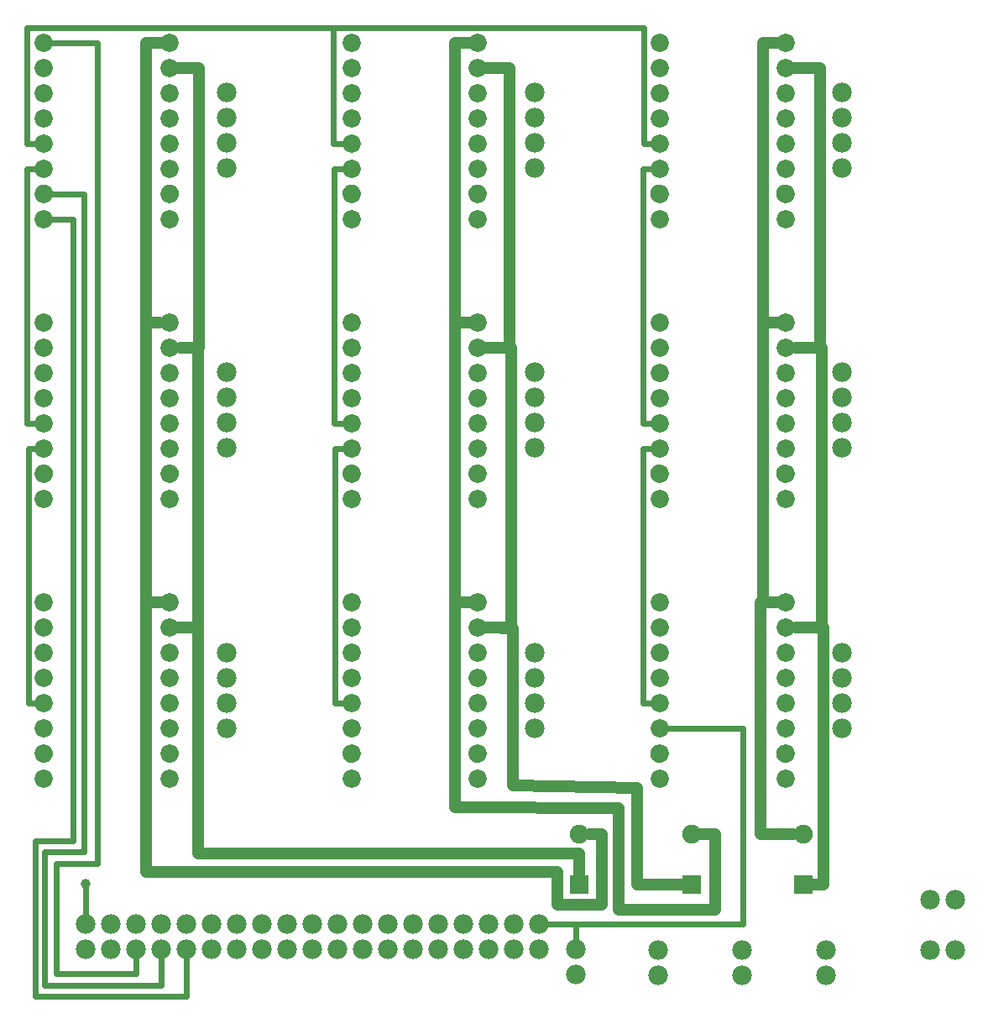
<source format=gbl>
G04 MADE WITH FRITZING*
G04 WWW.FRITZING.ORG*
G04 DOUBLE SIDED*
G04 HOLES PLATED*
G04 CONTOUR ON CENTER OF CONTOUR VECTOR*
%ASAXBY*%
%FSLAX23Y23*%
%MOIN*%
%OFA0B0*%
%SFA1.0B1.0*%
%ADD10C,0.072472*%
%ADD11C,0.072445*%
%ADD12C,0.072417*%
%ADD13C,0.078000*%
%ADD14C,0.075000*%
%ADD15C,0.039370*%
%ADD16R,0.075000X0.075000*%
%ADD17C,0.048000*%
%ADD18C,0.024000*%
%ADD19R,0.001000X0.001000*%
%LNCOPPER0*%
G90*
G70*
G54D10*
X1828Y2036D03*
X1328Y2736D03*
X1328Y2636D03*
X1328Y2536D03*
X1328Y2436D03*
X1328Y2336D03*
G54D11*
X1328Y2236D03*
X1328Y2136D03*
G54D10*
X1328Y2036D03*
G54D11*
X1828Y2736D03*
G54D12*
X1828Y2636D03*
G54D11*
X1828Y2536D03*
G54D10*
X1828Y2436D03*
G54D11*
X1828Y2336D03*
G54D12*
X1828Y2236D03*
X1828Y2136D03*
G54D10*
X3051Y2036D03*
X2551Y2736D03*
X2551Y2636D03*
X2551Y2536D03*
X2551Y2436D03*
X2551Y2336D03*
G54D11*
X2551Y2236D03*
X2551Y2136D03*
G54D10*
X2551Y2036D03*
G54D11*
X3051Y2736D03*
G54D12*
X3051Y2636D03*
G54D11*
X3051Y2536D03*
G54D10*
X3051Y2436D03*
G54D11*
X3051Y2336D03*
G54D12*
X3051Y2236D03*
X3051Y2136D03*
G54D10*
X3051Y925D03*
X2551Y1625D03*
X2551Y1525D03*
X2551Y1425D03*
X2551Y1325D03*
X2551Y1225D03*
G54D11*
X2551Y1125D03*
X2551Y1025D03*
G54D10*
X2551Y925D03*
G54D11*
X3051Y1625D03*
G54D12*
X3051Y1525D03*
G54D11*
X3051Y1425D03*
G54D10*
X3051Y1325D03*
G54D11*
X3051Y1225D03*
G54D12*
X3051Y1125D03*
X3051Y1025D03*
G54D10*
X606Y925D03*
X106Y1625D03*
X106Y1525D03*
X106Y1425D03*
X106Y1325D03*
X106Y1225D03*
G54D11*
X106Y1125D03*
X106Y1025D03*
G54D10*
X106Y925D03*
G54D11*
X606Y1625D03*
G54D12*
X606Y1525D03*
G54D11*
X606Y1425D03*
G54D10*
X606Y1325D03*
G54D11*
X606Y1225D03*
G54D12*
X606Y1125D03*
X606Y1025D03*
G54D10*
X1828Y925D03*
X1328Y1625D03*
X1328Y1525D03*
X1328Y1425D03*
X1328Y1325D03*
X1328Y1225D03*
G54D11*
X1328Y1125D03*
X1328Y1025D03*
G54D10*
X1328Y925D03*
G54D11*
X1828Y1625D03*
G54D12*
X1828Y1525D03*
G54D11*
X1828Y1425D03*
G54D10*
X1828Y1325D03*
G54D11*
X1828Y1225D03*
G54D12*
X1828Y1125D03*
X1828Y1025D03*
G54D10*
X606Y3147D03*
X106Y3847D03*
X106Y3747D03*
X106Y3647D03*
X106Y3547D03*
X106Y3447D03*
G54D11*
X106Y3347D03*
X106Y3247D03*
G54D10*
X106Y3147D03*
G54D11*
X606Y3847D03*
G54D12*
X606Y3747D03*
G54D11*
X606Y3647D03*
G54D10*
X606Y3547D03*
G54D11*
X606Y3447D03*
G54D12*
X606Y3347D03*
X606Y3247D03*
G54D10*
X606Y2036D03*
X106Y2736D03*
X106Y2636D03*
X106Y2536D03*
X106Y2436D03*
X106Y2336D03*
G54D11*
X106Y2236D03*
X106Y2136D03*
G54D10*
X106Y2036D03*
G54D11*
X606Y2736D03*
G54D12*
X606Y2636D03*
G54D11*
X606Y2536D03*
G54D10*
X606Y2436D03*
G54D11*
X606Y2336D03*
G54D12*
X606Y2236D03*
X606Y2136D03*
G54D10*
X1828Y3147D03*
X1328Y3847D03*
X1328Y3747D03*
X1328Y3647D03*
X1328Y3547D03*
X1328Y3447D03*
G54D11*
X1328Y3347D03*
X1328Y3247D03*
G54D10*
X1328Y3147D03*
G54D11*
X1828Y3847D03*
G54D12*
X1828Y3747D03*
G54D11*
X1828Y3647D03*
G54D10*
X1828Y3547D03*
G54D11*
X1828Y3447D03*
G54D12*
X1828Y3347D03*
X1828Y3247D03*
G54D10*
X3051Y3147D03*
X2551Y3847D03*
X2551Y3747D03*
X2551Y3647D03*
X2551Y3547D03*
X2551Y3447D03*
G54D11*
X2551Y3347D03*
X2551Y3247D03*
G54D10*
X2551Y3147D03*
G54D11*
X3051Y3847D03*
G54D12*
X3051Y3747D03*
G54D11*
X3051Y3647D03*
G54D10*
X3051Y3547D03*
G54D11*
X3051Y3447D03*
G54D12*
X3051Y3347D03*
X3051Y3247D03*
G54D13*
X2072Y350D03*
X1972Y350D03*
X1872Y350D03*
X1772Y350D03*
X1672Y350D03*
X1572Y350D03*
X1472Y350D03*
X1372Y350D03*
X1272Y350D03*
X1172Y350D03*
X1072Y350D03*
X972Y350D03*
X872Y350D03*
X772Y350D03*
X672Y350D03*
X572Y350D03*
X472Y350D03*
X372Y350D03*
X272Y350D03*
X2072Y350D03*
X1972Y350D03*
X1872Y350D03*
X1772Y350D03*
X1672Y350D03*
X1572Y350D03*
X1472Y350D03*
X1372Y350D03*
X1272Y350D03*
X1172Y350D03*
X1072Y350D03*
X972Y350D03*
X872Y350D03*
X772Y350D03*
X672Y350D03*
X572Y350D03*
X472Y350D03*
X372Y350D03*
X272Y350D03*
X272Y250D03*
X372Y250D03*
X472Y250D03*
X572Y250D03*
X672Y250D03*
X772Y250D03*
X872Y250D03*
X972Y250D03*
X1072Y250D03*
X1172Y250D03*
X1272Y250D03*
X1372Y250D03*
X1472Y250D03*
X1572Y250D03*
X1672Y250D03*
X1772Y250D03*
X1872Y250D03*
X1972Y250D03*
X2072Y250D03*
X3276Y2538D03*
X3276Y2438D03*
X3276Y2338D03*
X3276Y2238D03*
X2054Y1427D03*
X2054Y1327D03*
X2054Y1227D03*
X2054Y1127D03*
X2054Y2538D03*
X2054Y2438D03*
X2054Y2338D03*
X2054Y2238D03*
X831Y1427D03*
X831Y1327D03*
X831Y1227D03*
X831Y1127D03*
X3276Y1427D03*
X3276Y1327D03*
X3276Y1227D03*
X3276Y1127D03*
X831Y3649D03*
X831Y3549D03*
X831Y3449D03*
X831Y3349D03*
X831Y2538D03*
X831Y2438D03*
X831Y2338D03*
X831Y2238D03*
X2054Y3649D03*
X2054Y3549D03*
X2054Y3449D03*
X2054Y3349D03*
X3276Y3649D03*
X3276Y3549D03*
X3276Y3449D03*
X3276Y3349D03*
X3211Y144D03*
X3211Y244D03*
X2878Y144D03*
X2878Y244D03*
X2217Y150D03*
X2217Y250D03*
X3724Y244D03*
X3624Y244D03*
X3724Y444D03*
X3624Y444D03*
X2544Y144D03*
X2544Y244D03*
G54D14*
X2678Y506D03*
X2678Y706D03*
X3122Y506D03*
X3122Y706D03*
X2233Y506D03*
X2233Y706D03*
G54D15*
X272Y508D03*
G54D16*
X2678Y506D03*
X3122Y506D03*
X2233Y506D03*
G54D17*
X3200Y506D02*
X3200Y1525D01*
D02*
X3200Y1525D02*
X3092Y1525D01*
D02*
X3151Y506D02*
X3200Y506D01*
D02*
X3194Y1525D02*
X3194Y2636D01*
D02*
X3194Y2636D02*
X3092Y2636D01*
D02*
X3092Y1525D02*
X3194Y1525D01*
D02*
X3189Y2636D02*
X3189Y3747D01*
D02*
X3189Y3747D02*
X3081Y3747D01*
D02*
X3092Y2636D02*
X3189Y2636D01*
D02*
X2461Y506D02*
X2461Y889D01*
D02*
X2461Y889D02*
X1967Y900D01*
D02*
X1967Y900D02*
X1967Y1522D01*
D02*
X1967Y1522D02*
X1869Y1524D01*
D02*
X2638Y506D02*
X2461Y506D01*
D02*
X1961Y2636D02*
X1858Y2636D01*
D02*
X1961Y1525D02*
X1961Y2636D01*
D02*
X1858Y1525D02*
X1961Y1525D01*
D02*
X1956Y3747D02*
X1858Y3747D01*
D02*
X1956Y2636D02*
X1956Y3747D01*
D02*
X1858Y2636D02*
X1956Y2636D01*
D02*
X2231Y628D02*
X2232Y545D01*
D02*
X717Y628D02*
X2231Y628D01*
D02*
X636Y1525D02*
X717Y1525D01*
D02*
X717Y1525D02*
X717Y628D01*
D02*
X717Y2636D02*
X647Y2636D01*
D02*
X717Y1525D02*
X717Y2636D01*
D02*
X636Y1525D02*
X717Y1525D01*
D02*
X722Y2636D02*
X722Y3747D01*
D02*
X722Y3747D02*
X636Y3747D01*
D02*
X647Y2636D02*
X722Y2636D01*
D02*
X2950Y706D02*
X3083Y706D01*
D02*
X3010Y1625D02*
X2950Y1625D01*
D02*
X2950Y1625D02*
X2950Y706D01*
D02*
X2961Y2736D02*
X3021Y2736D01*
D02*
X2961Y1625D02*
X2961Y2736D01*
D02*
X3021Y1625D02*
X2961Y1625D01*
D02*
X2961Y3847D02*
X3021Y3847D01*
D02*
X2961Y2736D02*
X2961Y3847D01*
D02*
X3021Y2736D02*
X2961Y2736D01*
D02*
X2389Y808D02*
X2389Y406D01*
D02*
X1739Y811D02*
X2389Y808D01*
D02*
X1787Y1625D02*
X1739Y1625D01*
D02*
X2389Y406D02*
X2772Y406D01*
D02*
X1739Y1625D02*
X1739Y811D01*
D02*
X2772Y406D02*
X2772Y706D01*
D02*
X2772Y706D02*
X2706Y706D01*
D02*
X1739Y1625D02*
X1739Y2736D01*
D02*
X1739Y2736D02*
X1798Y2736D01*
D02*
X1798Y1625D02*
X1739Y1625D01*
D02*
X1739Y2736D02*
X1739Y3847D01*
D02*
X1739Y3847D02*
X1798Y3847D01*
D02*
X1798Y2736D02*
X1739Y2736D01*
D02*
X2322Y706D02*
X2273Y706D01*
D02*
X2144Y556D02*
X2144Y425D01*
D02*
X2144Y425D02*
X2322Y425D01*
D02*
X511Y556D02*
X2144Y556D01*
D02*
X511Y1625D02*
X511Y556D01*
D02*
X565Y1625D02*
X511Y1625D01*
D02*
X2322Y425D02*
X2322Y706D01*
D02*
X511Y1625D02*
X511Y2736D01*
D02*
X576Y1625D02*
X511Y1625D01*
D02*
X511Y2736D02*
X565Y2736D01*
D02*
X511Y2736D02*
X511Y3847D01*
D02*
X565Y2736D02*
X511Y2736D01*
D02*
X511Y3847D02*
X576Y3847D01*
G54D18*
D02*
X39Y2336D02*
X39Y3347D01*
D02*
X39Y3347D02*
X76Y3347D01*
D02*
X76Y2336D02*
X39Y2336D01*
D02*
X44Y1225D02*
X44Y2236D01*
D02*
X76Y1225D02*
X44Y1225D01*
D02*
X44Y2236D02*
X76Y2236D01*
D02*
X1261Y1225D02*
X1261Y2236D01*
D02*
X1261Y2236D02*
X1298Y2236D01*
D02*
X1298Y1225D02*
X1261Y1225D01*
D02*
X1256Y3447D02*
X1256Y3906D01*
D02*
X1256Y3906D02*
X37Y3906D01*
D02*
X37Y3906D02*
X37Y3447D01*
D02*
X37Y3447D02*
X76Y3447D01*
D02*
X1298Y3447D02*
X1256Y3447D01*
D02*
X2486Y3347D02*
X2521Y3347D01*
D02*
X2486Y2336D02*
X2486Y3347D01*
D02*
X2521Y2336D02*
X2486Y2336D01*
D02*
X2486Y2236D02*
X2486Y1225D01*
D02*
X2486Y1225D02*
X2521Y1225D01*
D02*
X2521Y2236D02*
X2486Y2236D01*
D02*
X2219Y348D02*
X2217Y280D01*
D02*
X2881Y348D02*
X2219Y348D01*
D02*
X2581Y1125D02*
X2881Y1125D01*
D02*
X2881Y1125D02*
X2881Y348D01*
D02*
X1258Y2336D02*
X1258Y3347D01*
D02*
X1258Y3347D02*
X1298Y3347D01*
D02*
X1298Y2336D02*
X1258Y2336D01*
D02*
X2489Y3447D02*
X2521Y3447D01*
D02*
X1256Y3906D02*
X2489Y3906D01*
D02*
X2489Y3906D02*
X2489Y3447D01*
D02*
X1256Y3447D02*
X1256Y3906D01*
D02*
X1298Y3447D02*
X1256Y3447D01*
D02*
X2102Y350D02*
X2217Y350D01*
D02*
X2217Y350D02*
X2217Y280D01*
D02*
X272Y489D02*
X272Y380D01*
D02*
X672Y61D02*
X72Y61D01*
D02*
X72Y678D02*
X222Y678D01*
D02*
X72Y61D02*
X72Y678D01*
D02*
X222Y678D02*
X222Y3147D01*
D02*
X672Y220D02*
X672Y61D01*
D02*
X222Y3147D02*
X136Y3147D01*
D02*
X572Y107D02*
X107Y107D01*
D02*
X107Y107D02*
X107Y636D01*
D02*
X107Y636D02*
X264Y636D01*
D02*
X264Y3247D02*
X136Y3247D01*
D02*
X572Y220D02*
X572Y107D01*
D02*
X264Y636D02*
X264Y3247D01*
D02*
X156Y151D02*
X156Y589D01*
D02*
X156Y589D02*
X319Y589D01*
D02*
X319Y3847D02*
X136Y3847D01*
D02*
X472Y151D02*
X156Y151D01*
D02*
X472Y220D02*
X472Y151D01*
D02*
X319Y589D02*
X319Y3847D01*
G54D19*
X100Y3283D02*
X111Y3283D01*
X600Y3283D02*
X611Y3283D01*
X1322Y3283D02*
X1333Y3283D01*
X1822Y3283D02*
X1833Y3283D01*
X2544Y3283D02*
X2555Y3283D01*
X3044Y3283D02*
X3055Y3283D01*
X96Y3282D02*
X115Y3282D01*
X596Y3282D02*
X615Y3282D01*
X1318Y3282D02*
X1337Y3282D01*
X1818Y3282D02*
X1837Y3282D01*
X2540Y3282D02*
X2559Y3282D01*
X3040Y3282D02*
X3059Y3282D01*
X93Y3281D02*
X118Y3281D01*
X593Y3281D02*
X618Y3281D01*
X1315Y3281D02*
X1340Y3281D01*
X1815Y3281D02*
X1840Y3281D01*
X2537Y3281D02*
X2562Y3281D01*
X3037Y3281D02*
X3062Y3281D01*
X91Y3280D02*
X121Y3280D01*
X591Y3280D02*
X620Y3280D01*
X1313Y3280D02*
X1343Y3280D01*
X1813Y3280D02*
X1842Y3280D01*
X2535Y3280D02*
X2565Y3280D01*
X3035Y3280D02*
X3064Y3280D01*
X89Y3279D02*
X123Y3279D01*
X589Y3279D02*
X622Y3279D01*
X1311Y3279D02*
X1345Y3279D01*
X1811Y3279D02*
X1845Y3279D01*
X2533Y3279D02*
X2567Y3279D01*
X3033Y3279D02*
X3067Y3279D01*
X87Y3278D02*
X124Y3278D01*
X587Y3278D02*
X624Y3278D01*
X1309Y3278D02*
X1346Y3278D01*
X1809Y3278D02*
X1846Y3278D01*
X2531Y3278D02*
X2568Y3278D01*
X3031Y3278D02*
X3068Y3278D01*
X85Y3277D02*
X126Y3277D01*
X585Y3277D02*
X626Y3277D01*
X1307Y3277D02*
X1348Y3277D01*
X1807Y3277D02*
X1848Y3277D01*
X2529Y3277D02*
X2570Y3277D01*
X3029Y3277D02*
X3070Y3277D01*
X84Y3276D02*
X127Y3276D01*
X584Y3276D02*
X627Y3276D01*
X1306Y3276D02*
X1349Y3276D01*
X1806Y3276D02*
X1849Y3276D01*
X2528Y3276D02*
X2571Y3276D01*
X3028Y3276D02*
X3071Y3276D01*
X83Y3275D02*
X129Y3275D01*
X583Y3275D02*
X628Y3275D01*
X1305Y3275D02*
X1351Y3275D01*
X1805Y3275D02*
X1851Y3275D01*
X2527Y3275D02*
X2573Y3275D01*
X3027Y3275D02*
X3073Y3275D01*
X82Y3274D02*
X130Y3274D01*
X581Y3274D02*
X630Y3274D01*
X1304Y3274D02*
X1352Y3274D01*
X1804Y3274D02*
X1852Y3274D01*
X2526Y3274D02*
X2574Y3274D01*
X3026Y3274D02*
X3074Y3274D01*
X80Y3273D02*
X131Y3273D01*
X580Y3273D02*
X631Y3273D01*
X1303Y3273D02*
X1353Y3273D01*
X1802Y3273D02*
X1853Y3273D01*
X2525Y3273D02*
X2575Y3273D01*
X3024Y3273D02*
X3075Y3273D01*
X80Y3272D02*
X132Y3272D01*
X579Y3272D02*
X632Y3272D01*
X1302Y3272D02*
X1354Y3272D01*
X1802Y3272D02*
X1854Y3272D01*
X2524Y3272D02*
X2576Y3272D01*
X3024Y3272D02*
X3076Y3272D01*
X79Y3271D02*
X133Y3271D01*
X579Y3271D02*
X632Y3271D01*
X1301Y3271D02*
X1355Y3271D01*
X1801Y3271D02*
X1855Y3271D01*
X2523Y3271D02*
X2577Y3271D01*
X3023Y3271D02*
X3077Y3271D01*
X78Y3270D02*
X133Y3270D01*
X578Y3270D02*
X633Y3270D01*
X1300Y3270D02*
X1355Y3270D01*
X1800Y3270D02*
X1855Y3270D01*
X2522Y3270D02*
X2577Y3270D01*
X3022Y3270D02*
X3077Y3270D01*
X77Y3269D02*
X134Y3269D01*
X577Y3269D02*
X634Y3269D01*
X1299Y3269D02*
X1356Y3269D01*
X1799Y3269D02*
X1856Y3269D01*
X2521Y3269D02*
X2578Y3269D01*
X3021Y3269D02*
X3078Y3269D01*
X76Y3268D02*
X135Y3268D01*
X576Y3268D02*
X635Y3268D01*
X1298Y3268D02*
X1357Y3268D01*
X1798Y3268D02*
X1857Y3268D01*
X2520Y3268D02*
X2579Y3268D01*
X3020Y3268D02*
X3079Y3268D01*
X76Y3267D02*
X135Y3267D01*
X576Y3267D02*
X635Y3267D01*
X1298Y3267D02*
X1357Y3267D01*
X1798Y3267D02*
X1857Y3267D01*
X2520Y3267D02*
X2580Y3267D01*
X3020Y3267D02*
X3079Y3267D01*
X75Y3266D02*
X102Y3266D01*
X110Y3266D02*
X136Y3266D01*
X575Y3266D02*
X602Y3266D01*
X609Y3266D02*
X636Y3266D01*
X1297Y3266D02*
X1324Y3266D01*
X1332Y3266D02*
X1358Y3266D01*
X1797Y3266D02*
X1824Y3266D01*
X1831Y3266D02*
X1858Y3266D01*
X2519Y3266D02*
X2546Y3266D01*
X2554Y3266D02*
X2580Y3266D01*
X3019Y3266D02*
X3046Y3266D01*
X3053Y3266D02*
X3080Y3266D01*
X75Y3265D02*
X98Y3265D01*
X113Y3265D02*
X137Y3265D01*
X575Y3265D02*
X598Y3265D01*
X613Y3265D02*
X637Y3265D01*
X1297Y3265D02*
X1320Y3265D01*
X1335Y3265D02*
X1359Y3265D01*
X1797Y3265D02*
X1820Y3265D01*
X1835Y3265D02*
X1859Y3265D01*
X2519Y3265D02*
X2542Y3265D01*
X2557Y3265D02*
X2581Y3265D01*
X3019Y3265D02*
X3042Y3265D01*
X3057Y3265D02*
X3081Y3265D01*
X74Y3264D02*
X96Y3264D01*
X115Y3264D02*
X137Y3264D01*
X574Y3264D02*
X596Y3264D01*
X615Y3264D02*
X637Y3264D01*
X1296Y3264D02*
X1318Y3264D01*
X1337Y3264D02*
X1359Y3264D01*
X1796Y3264D02*
X1818Y3264D01*
X1837Y3264D02*
X1859Y3264D01*
X2518Y3264D02*
X2540Y3264D01*
X2559Y3264D02*
X2581Y3264D01*
X3018Y3264D02*
X3040Y3264D01*
X3059Y3264D02*
X3081Y3264D01*
X74Y3263D02*
X94Y3263D01*
X117Y3263D02*
X138Y3263D01*
X574Y3263D02*
X594Y3263D01*
X617Y3263D02*
X638Y3263D01*
X1296Y3263D02*
X1316Y3263D01*
X1339Y3263D02*
X1360Y3263D01*
X1796Y3263D02*
X1816Y3263D01*
X1839Y3263D02*
X1860Y3263D01*
X2518Y3263D02*
X2538Y3263D01*
X2561Y3263D02*
X2582Y3263D01*
X3018Y3263D02*
X3038Y3263D01*
X3061Y3263D02*
X3082Y3263D01*
X73Y3262D02*
X93Y3262D01*
X118Y3262D02*
X138Y3262D01*
X573Y3262D02*
X593Y3262D01*
X618Y3262D02*
X638Y3262D01*
X1295Y3262D02*
X1315Y3262D01*
X1340Y3262D02*
X1360Y3262D01*
X1795Y3262D02*
X1815Y3262D01*
X1840Y3262D02*
X1860Y3262D01*
X2517Y3262D02*
X2537Y3262D01*
X2562Y3262D02*
X2582Y3262D01*
X3017Y3262D02*
X3037Y3262D01*
X3062Y3262D02*
X3082Y3262D01*
X73Y3261D02*
X92Y3261D01*
X119Y3261D02*
X139Y3261D01*
X573Y3261D02*
X592Y3261D01*
X619Y3261D02*
X638Y3261D01*
X1295Y3261D02*
X1314Y3261D01*
X1341Y3261D02*
X1361Y3261D01*
X1795Y3261D02*
X1814Y3261D01*
X1841Y3261D02*
X1860Y3261D01*
X2517Y3261D02*
X2536Y3261D01*
X2563Y3261D02*
X2583Y3261D01*
X3017Y3261D02*
X3036Y3261D01*
X3063Y3261D02*
X3083Y3261D01*
X72Y3260D02*
X91Y3260D01*
X120Y3260D02*
X139Y3260D01*
X572Y3260D02*
X591Y3260D01*
X620Y3260D02*
X639Y3260D01*
X1294Y3260D02*
X1313Y3260D01*
X1342Y3260D02*
X1361Y3260D01*
X1794Y3260D02*
X1813Y3260D01*
X1842Y3260D02*
X1861Y3260D01*
X2516Y3260D02*
X2535Y3260D01*
X2564Y3260D02*
X2583Y3260D01*
X3016Y3260D02*
X3035Y3260D01*
X3064Y3260D02*
X3083Y3260D01*
X72Y3259D02*
X90Y3259D01*
X121Y3259D02*
X139Y3259D01*
X572Y3259D02*
X590Y3259D01*
X621Y3259D02*
X639Y3259D01*
X1294Y3259D02*
X1312Y3259D01*
X1343Y3259D02*
X1361Y3259D01*
X1794Y3259D02*
X1812Y3259D01*
X1843Y3259D02*
X1861Y3259D01*
X2516Y3259D02*
X2534Y3259D01*
X2565Y3259D02*
X2583Y3259D01*
X3016Y3259D02*
X3034Y3259D01*
X3065Y3259D02*
X3083Y3259D01*
X72Y3258D02*
X89Y3258D01*
X122Y3258D02*
X140Y3258D01*
X572Y3258D02*
X589Y3258D01*
X622Y3258D02*
X640Y3258D01*
X1294Y3258D02*
X1311Y3258D01*
X1344Y3258D02*
X1362Y3258D01*
X1794Y3258D02*
X1811Y3258D01*
X1844Y3258D02*
X1862Y3258D01*
X2516Y3258D02*
X2533Y3258D01*
X2566Y3258D02*
X2584Y3258D01*
X3016Y3258D02*
X3033Y3258D01*
X3066Y3258D02*
X3084Y3258D01*
X71Y3257D02*
X89Y3257D01*
X122Y3257D02*
X140Y3257D01*
X571Y3257D02*
X589Y3257D01*
X622Y3257D02*
X640Y3257D01*
X1293Y3257D02*
X1311Y3257D01*
X1344Y3257D02*
X1362Y3257D01*
X1793Y3257D02*
X1811Y3257D01*
X1844Y3257D02*
X1862Y3257D01*
X2515Y3257D02*
X2533Y3257D01*
X2567Y3257D02*
X2584Y3257D01*
X3015Y3257D02*
X3033Y3257D01*
X3066Y3257D02*
X3084Y3257D01*
X71Y3256D02*
X88Y3256D01*
X123Y3256D02*
X140Y3256D01*
X571Y3256D02*
X588Y3256D01*
X623Y3256D02*
X640Y3256D01*
X1293Y3256D02*
X1310Y3256D01*
X1345Y3256D02*
X1362Y3256D01*
X1793Y3256D02*
X1810Y3256D01*
X1845Y3256D02*
X1862Y3256D01*
X2515Y3256D02*
X2532Y3256D01*
X2567Y3256D02*
X2584Y3256D01*
X3015Y3256D02*
X3032Y3256D01*
X3067Y3256D02*
X3084Y3256D01*
X71Y3255D02*
X88Y3255D01*
X124Y3255D02*
X140Y3255D01*
X571Y3255D02*
X588Y3255D01*
X623Y3255D02*
X640Y3255D01*
X1293Y3255D02*
X1310Y3255D01*
X1346Y3255D02*
X1362Y3255D01*
X1793Y3255D02*
X1810Y3255D01*
X1846Y3255D02*
X1862Y3255D01*
X2515Y3255D02*
X2532Y3255D01*
X2568Y3255D02*
X2585Y3255D01*
X3015Y3255D02*
X3032Y3255D01*
X3068Y3255D02*
X3084Y3255D01*
X71Y3254D02*
X87Y3254D01*
X124Y3254D02*
X141Y3254D01*
X571Y3254D02*
X587Y3254D01*
X624Y3254D02*
X641Y3254D01*
X1293Y3254D02*
X1309Y3254D01*
X1346Y3254D02*
X1363Y3254D01*
X1793Y3254D02*
X1809Y3254D01*
X1846Y3254D02*
X1863Y3254D01*
X2515Y3254D02*
X2531Y3254D01*
X2568Y3254D02*
X2585Y3254D01*
X3015Y3254D02*
X3031Y3254D01*
X3068Y3254D02*
X3085Y3254D01*
X70Y3253D02*
X87Y3253D01*
X124Y3253D02*
X141Y3253D01*
X570Y3253D02*
X587Y3253D01*
X624Y3253D02*
X641Y3253D01*
X1292Y3253D02*
X1309Y3253D01*
X1346Y3253D02*
X1363Y3253D01*
X1792Y3253D02*
X1809Y3253D01*
X1846Y3253D02*
X1863Y3253D01*
X2515Y3253D02*
X2531Y3253D01*
X2568Y3253D02*
X2585Y3253D01*
X3014Y3253D02*
X3031Y3253D01*
X3068Y3253D02*
X3085Y3253D01*
X70Y3252D02*
X87Y3252D01*
X124Y3252D02*
X141Y3252D01*
X570Y3252D02*
X587Y3252D01*
X624Y3252D02*
X641Y3252D01*
X1292Y3252D02*
X1309Y3252D01*
X1347Y3252D02*
X1363Y3252D01*
X1792Y3252D02*
X1809Y3252D01*
X1846Y3252D02*
X1863Y3252D01*
X2514Y3252D02*
X2531Y3252D01*
X2569Y3252D02*
X2585Y3252D01*
X3014Y3252D02*
X3031Y3252D01*
X3068Y3252D02*
X3085Y3252D01*
X70Y3251D02*
X87Y3251D01*
X125Y3251D02*
X141Y3251D01*
X570Y3251D02*
X586Y3251D01*
X625Y3251D02*
X641Y3251D01*
X1292Y3251D02*
X1309Y3251D01*
X1347Y3251D02*
X1363Y3251D01*
X1792Y3251D02*
X1809Y3251D01*
X1847Y3251D02*
X1863Y3251D01*
X2514Y3251D02*
X2531Y3251D01*
X2569Y3251D02*
X2585Y3251D01*
X3014Y3251D02*
X3031Y3251D01*
X3069Y3251D02*
X3085Y3251D01*
X70Y3250D02*
X86Y3250D01*
X125Y3250D02*
X141Y3250D01*
X570Y3250D02*
X586Y3250D01*
X625Y3250D02*
X641Y3250D01*
X1292Y3250D02*
X1308Y3250D01*
X1347Y3250D02*
X1363Y3250D01*
X1792Y3250D02*
X1808Y3250D01*
X1847Y3250D02*
X1863Y3250D01*
X2514Y3250D02*
X2531Y3250D01*
X2569Y3250D02*
X2585Y3250D01*
X3014Y3250D02*
X3030Y3250D01*
X3069Y3250D02*
X3085Y3250D01*
X70Y3249D02*
X86Y3249D01*
X125Y3249D02*
X141Y3249D01*
X570Y3249D02*
X586Y3249D01*
X625Y3249D02*
X641Y3249D01*
X1292Y3249D02*
X1308Y3249D01*
X1347Y3249D02*
X1363Y3249D01*
X1792Y3249D02*
X1808Y3249D01*
X1847Y3249D02*
X1863Y3249D01*
X2514Y3249D02*
X2530Y3249D01*
X2569Y3249D02*
X2585Y3249D01*
X3014Y3249D02*
X3030Y3249D01*
X3069Y3249D02*
X3085Y3249D01*
X70Y3248D02*
X86Y3248D01*
X125Y3248D02*
X141Y3248D01*
X570Y3248D02*
X586Y3248D01*
X625Y3248D02*
X641Y3248D01*
X1292Y3248D02*
X1308Y3248D01*
X1347Y3248D02*
X1363Y3248D01*
X1792Y3248D02*
X1808Y3248D01*
X1847Y3248D02*
X1863Y3248D01*
X2514Y3248D02*
X2530Y3248D01*
X2569Y3248D02*
X2585Y3248D01*
X3014Y3248D02*
X3030Y3248D01*
X3069Y3248D02*
X3085Y3248D01*
X70Y3247D02*
X86Y3247D01*
X125Y3247D02*
X141Y3247D01*
X570Y3247D02*
X586Y3247D01*
X625Y3247D02*
X641Y3247D01*
X1292Y3247D02*
X1308Y3247D01*
X1347Y3247D02*
X1363Y3247D01*
X1792Y3247D02*
X1808Y3247D01*
X1847Y3247D02*
X1863Y3247D01*
X2514Y3247D02*
X2530Y3247D01*
X2569Y3247D02*
X2585Y3247D01*
X3014Y3247D02*
X3030Y3247D01*
X3069Y3247D02*
X3085Y3247D01*
X70Y3246D02*
X86Y3246D01*
X125Y3246D02*
X141Y3246D01*
X570Y3246D02*
X586Y3246D01*
X625Y3246D02*
X641Y3246D01*
X1292Y3246D02*
X1308Y3246D01*
X1347Y3246D02*
X1363Y3246D01*
X1792Y3246D02*
X1808Y3246D01*
X1847Y3246D02*
X1863Y3246D01*
X2514Y3246D02*
X2530Y3246D01*
X2569Y3246D02*
X2585Y3246D01*
X3014Y3246D02*
X3030Y3246D01*
X3069Y3246D02*
X3085Y3246D01*
X70Y3245D02*
X86Y3245D01*
X125Y3245D02*
X141Y3245D01*
X570Y3245D02*
X586Y3245D01*
X625Y3245D02*
X641Y3245D01*
X1292Y3245D02*
X1308Y3245D01*
X1347Y3245D02*
X1363Y3245D01*
X1792Y3245D02*
X1808Y3245D01*
X1847Y3245D02*
X1863Y3245D01*
X2514Y3245D02*
X2531Y3245D01*
X2569Y3245D02*
X2585Y3245D01*
X3014Y3245D02*
X3030Y3245D01*
X3069Y3245D02*
X3085Y3245D01*
X70Y3244D02*
X87Y3244D01*
X125Y3244D02*
X141Y3244D01*
X570Y3244D02*
X586Y3244D01*
X625Y3244D02*
X641Y3244D01*
X1292Y3244D02*
X1309Y3244D01*
X1347Y3244D02*
X1363Y3244D01*
X1792Y3244D02*
X1809Y3244D01*
X1847Y3244D02*
X1863Y3244D01*
X2514Y3244D02*
X2531Y3244D01*
X2569Y3244D02*
X2585Y3244D01*
X3014Y3244D02*
X3031Y3244D01*
X3069Y3244D02*
X3085Y3244D01*
X70Y3243D02*
X87Y3243D01*
X125Y3243D02*
X141Y3243D01*
X570Y3243D02*
X587Y3243D01*
X624Y3243D02*
X641Y3243D01*
X1292Y3243D02*
X1309Y3243D01*
X1347Y3243D02*
X1363Y3243D01*
X1792Y3243D02*
X1809Y3243D01*
X1846Y3243D02*
X1863Y3243D01*
X2514Y3243D02*
X2531Y3243D01*
X2569Y3243D02*
X2585Y3243D01*
X3014Y3243D02*
X3031Y3243D01*
X3069Y3243D02*
X3085Y3243D01*
X70Y3242D02*
X87Y3242D01*
X124Y3242D02*
X141Y3242D01*
X570Y3242D02*
X587Y3242D01*
X624Y3242D02*
X641Y3242D01*
X1292Y3242D02*
X1309Y3242D01*
X1346Y3242D02*
X1363Y3242D01*
X1792Y3242D02*
X1809Y3242D01*
X1846Y3242D02*
X1863Y3242D01*
X2514Y3242D02*
X2531Y3242D01*
X2568Y3242D02*
X2585Y3242D01*
X3014Y3242D02*
X3031Y3242D01*
X3068Y3242D02*
X3085Y3242D01*
X71Y3241D02*
X87Y3241D01*
X124Y3241D02*
X141Y3241D01*
X571Y3241D02*
X587Y3241D01*
X624Y3241D02*
X641Y3241D01*
X1293Y3241D02*
X1309Y3241D01*
X1346Y3241D02*
X1363Y3241D01*
X1793Y3241D02*
X1809Y3241D01*
X1846Y3241D02*
X1863Y3241D01*
X2515Y3241D02*
X2531Y3241D01*
X2568Y3241D02*
X2585Y3241D01*
X3015Y3241D02*
X3031Y3241D01*
X3068Y3241D02*
X3085Y3241D01*
X71Y3240D02*
X88Y3240D01*
X124Y3240D02*
X140Y3240D01*
X571Y3240D02*
X588Y3240D01*
X624Y3240D02*
X640Y3240D01*
X1293Y3240D02*
X1310Y3240D01*
X1346Y3240D02*
X1363Y3240D01*
X1793Y3240D02*
X1810Y3240D01*
X1846Y3240D02*
X1862Y3240D01*
X2515Y3240D02*
X2532Y3240D01*
X2568Y3240D02*
X2585Y3240D01*
X3015Y3240D02*
X3032Y3240D01*
X3068Y3240D02*
X3084Y3240D01*
X71Y3239D02*
X88Y3239D01*
X123Y3239D02*
X140Y3239D01*
X571Y3239D02*
X588Y3239D01*
X623Y3239D02*
X640Y3239D01*
X1293Y3239D02*
X1310Y3239D01*
X1345Y3239D02*
X1362Y3239D01*
X1793Y3239D02*
X1810Y3239D01*
X1845Y3239D02*
X1862Y3239D01*
X2515Y3239D02*
X2532Y3239D01*
X2567Y3239D02*
X2584Y3239D01*
X3015Y3239D02*
X3032Y3239D01*
X3067Y3239D02*
X3084Y3239D01*
X71Y3238D02*
X89Y3238D01*
X123Y3238D02*
X140Y3238D01*
X571Y3238D02*
X589Y3238D01*
X622Y3238D02*
X640Y3238D01*
X1293Y3238D02*
X1311Y3238D01*
X1345Y3238D02*
X1362Y3238D01*
X1793Y3238D02*
X1811Y3238D01*
X1844Y3238D02*
X1862Y3238D01*
X2515Y3238D02*
X2533Y3238D01*
X2567Y3238D02*
X2584Y3238D01*
X3015Y3238D02*
X3033Y3238D01*
X3067Y3238D02*
X3084Y3238D01*
X72Y3237D02*
X89Y3237D01*
X122Y3237D02*
X140Y3237D01*
X572Y3237D02*
X589Y3237D01*
X622Y3237D02*
X640Y3237D01*
X1294Y3237D02*
X1311Y3237D01*
X1344Y3237D02*
X1362Y3237D01*
X1794Y3237D02*
X1811Y3237D01*
X1844Y3237D02*
X1862Y3237D01*
X2516Y3237D02*
X2533Y3237D01*
X2566Y3237D02*
X2584Y3237D01*
X3016Y3237D02*
X3033Y3237D01*
X3066Y3237D02*
X3084Y3237D01*
X72Y3236D02*
X90Y3236D01*
X121Y3236D02*
X139Y3236D01*
X572Y3236D02*
X590Y3236D01*
X621Y3236D02*
X639Y3236D01*
X1294Y3236D02*
X1312Y3236D01*
X1343Y3236D02*
X1361Y3236D01*
X1794Y3236D02*
X1812Y3236D01*
X1843Y3236D02*
X1861Y3236D01*
X2516Y3236D02*
X2534Y3236D01*
X2565Y3236D02*
X2583Y3236D01*
X3016Y3236D02*
X3034Y3236D01*
X3065Y3236D02*
X3083Y3236D01*
X72Y3235D02*
X91Y3235D01*
X120Y3235D02*
X139Y3235D01*
X572Y3235D02*
X591Y3235D01*
X620Y3235D02*
X639Y3235D01*
X1294Y3235D02*
X1313Y3235D01*
X1342Y3235D02*
X1361Y3235D01*
X1794Y3235D02*
X1813Y3235D01*
X1842Y3235D02*
X1861Y3235D01*
X2516Y3235D02*
X2535Y3235D01*
X2564Y3235D02*
X2583Y3235D01*
X3016Y3235D02*
X3035Y3235D01*
X3064Y3235D02*
X3083Y3235D01*
X73Y3234D02*
X92Y3234D01*
X119Y3234D02*
X139Y3234D01*
X573Y3234D02*
X592Y3234D01*
X619Y3234D02*
X639Y3234D01*
X1295Y3234D02*
X1314Y3234D01*
X1341Y3234D02*
X1361Y3234D01*
X1795Y3234D02*
X1814Y3234D01*
X1841Y3234D02*
X1861Y3234D01*
X2517Y3234D02*
X2536Y3234D01*
X2563Y3234D02*
X2583Y3234D01*
X3017Y3234D02*
X3036Y3234D01*
X3063Y3234D02*
X3083Y3234D01*
X73Y3233D02*
X93Y3233D01*
X118Y3233D02*
X138Y3233D01*
X573Y3233D02*
X593Y3233D01*
X618Y3233D02*
X638Y3233D01*
X1295Y3233D02*
X1315Y3233D01*
X1340Y3233D02*
X1360Y3233D01*
X1795Y3233D02*
X1815Y3233D01*
X1840Y3233D02*
X1860Y3233D01*
X2517Y3233D02*
X2537Y3233D01*
X2562Y3233D02*
X2582Y3233D01*
X3017Y3233D02*
X3037Y3233D01*
X3062Y3233D02*
X3082Y3233D01*
X74Y3232D02*
X94Y3232D01*
X117Y3232D02*
X138Y3232D01*
X573Y3232D02*
X594Y3232D01*
X617Y3232D02*
X638Y3232D01*
X1296Y3232D02*
X1316Y3232D01*
X1339Y3232D02*
X1360Y3232D01*
X1796Y3232D02*
X1816Y3232D01*
X1839Y3232D02*
X1860Y3232D01*
X2518Y3232D02*
X2538Y3232D01*
X2561Y3232D02*
X2582Y3232D01*
X3018Y3232D02*
X3038Y3232D01*
X3061Y3232D02*
X3082Y3232D01*
X74Y3231D02*
X96Y3231D01*
X115Y3231D02*
X137Y3231D01*
X574Y3231D02*
X596Y3231D01*
X615Y3231D02*
X637Y3231D01*
X1296Y3231D02*
X1318Y3231D01*
X1338Y3231D02*
X1359Y3231D01*
X1796Y3231D02*
X1818Y3231D01*
X1837Y3231D02*
X1859Y3231D01*
X2518Y3231D02*
X2540Y3231D01*
X2560Y3231D02*
X2581Y3231D01*
X3018Y3231D02*
X3040Y3231D01*
X3059Y3231D02*
X3081Y3231D01*
X75Y3230D02*
X98Y3230D01*
X114Y3230D02*
X137Y3230D01*
X574Y3230D02*
X598Y3230D01*
X614Y3230D02*
X637Y3230D01*
X1297Y3230D02*
X1320Y3230D01*
X1336Y3230D02*
X1359Y3230D01*
X1797Y3230D02*
X1820Y3230D01*
X1836Y3230D02*
X1859Y3230D01*
X2519Y3230D02*
X2542Y3230D01*
X2558Y3230D02*
X2581Y3230D01*
X3019Y3230D02*
X3042Y3230D01*
X3058Y3230D02*
X3081Y3230D01*
X75Y3229D02*
X101Y3229D01*
X110Y3229D02*
X136Y3229D01*
X575Y3229D02*
X601Y3229D01*
X610Y3229D02*
X636Y3229D01*
X1297Y3229D02*
X1323Y3229D01*
X1333Y3229D02*
X1358Y3229D01*
X1797Y3229D02*
X1823Y3229D01*
X1832Y3229D02*
X1858Y3229D01*
X2519Y3229D02*
X2545Y3229D01*
X2555Y3229D02*
X2580Y3229D01*
X3019Y3229D02*
X3045Y3229D01*
X3054Y3229D02*
X3080Y3229D01*
X76Y3228D02*
X136Y3228D01*
X576Y3228D02*
X635Y3228D01*
X1298Y3228D02*
X1358Y3228D01*
X1798Y3228D02*
X1857Y3228D01*
X2520Y3228D02*
X2580Y3228D01*
X3020Y3228D02*
X3080Y3228D01*
X76Y3227D02*
X135Y3227D01*
X576Y3227D02*
X635Y3227D01*
X1298Y3227D02*
X1357Y3227D01*
X1798Y3227D02*
X1857Y3227D01*
X2520Y3227D02*
X2579Y3227D01*
X3020Y3227D02*
X3079Y3227D01*
X77Y3226D02*
X134Y3226D01*
X577Y3226D02*
X634Y3226D01*
X1299Y3226D02*
X1356Y3226D01*
X1799Y3226D02*
X1856Y3226D01*
X2521Y3226D02*
X2578Y3226D01*
X3021Y3226D02*
X3078Y3226D01*
X78Y3225D02*
X133Y3225D01*
X578Y3225D02*
X633Y3225D01*
X1300Y3225D02*
X1356Y3225D01*
X1800Y3225D02*
X1855Y3225D01*
X2522Y3225D02*
X2578Y3225D01*
X3022Y3225D02*
X3077Y3225D01*
X79Y3224D02*
X133Y3224D01*
X578Y3224D02*
X633Y3224D01*
X1301Y3224D02*
X1355Y3224D01*
X1801Y3224D02*
X1855Y3224D01*
X2523Y3224D02*
X2577Y3224D01*
X3023Y3224D02*
X3077Y3224D01*
X79Y3223D02*
X132Y3223D01*
X579Y3223D02*
X632Y3223D01*
X1301Y3223D02*
X1354Y3223D01*
X1801Y3223D02*
X1854Y3223D01*
X2523Y3223D02*
X2576Y3223D01*
X3023Y3223D02*
X3076Y3223D01*
X80Y3222D02*
X131Y3222D01*
X580Y3222D02*
X631Y3222D01*
X1302Y3222D02*
X1353Y3222D01*
X1802Y3222D02*
X1853Y3222D01*
X2524Y3222D02*
X2575Y3222D01*
X3024Y3222D02*
X3075Y3222D01*
X81Y3221D02*
X130Y3221D01*
X581Y3221D02*
X630Y3221D01*
X1303Y3221D02*
X1352Y3221D01*
X1803Y3221D02*
X1852Y3221D01*
X2525Y3221D02*
X2574Y3221D01*
X3025Y3221D02*
X3074Y3221D01*
X83Y3220D02*
X129Y3220D01*
X582Y3220D02*
X629Y3220D01*
X1305Y3220D02*
X1351Y3220D01*
X1804Y3220D02*
X1851Y3220D01*
X2527Y3220D02*
X2573Y3220D01*
X3027Y3220D02*
X3073Y3220D01*
X84Y3219D02*
X127Y3219D01*
X584Y3219D02*
X627Y3219D01*
X1306Y3219D02*
X1349Y3219D01*
X1806Y3219D02*
X1849Y3219D01*
X2528Y3219D02*
X2572Y3219D01*
X3028Y3219D02*
X3071Y3219D01*
X85Y3218D02*
X126Y3218D01*
X585Y3218D02*
X626Y3218D01*
X1307Y3218D02*
X1348Y3218D01*
X1807Y3218D02*
X1848Y3218D01*
X2529Y3218D02*
X2570Y3218D01*
X3029Y3218D02*
X3070Y3218D01*
X87Y3217D02*
X125Y3217D01*
X587Y3217D02*
X624Y3217D01*
X1309Y3217D02*
X1347Y3217D01*
X1809Y3217D02*
X1846Y3217D01*
X2531Y3217D02*
X2569Y3217D01*
X3031Y3217D02*
X3069Y3217D01*
X88Y3216D02*
X123Y3216D01*
X588Y3216D02*
X623Y3216D01*
X1310Y3216D02*
X1345Y3216D01*
X1810Y3216D02*
X1845Y3216D01*
X2532Y3216D02*
X2567Y3216D01*
X3032Y3216D02*
X3067Y3216D01*
X90Y3215D02*
X121Y3215D01*
X590Y3215D02*
X621Y3215D01*
X1312Y3215D02*
X1343Y3215D01*
X1812Y3215D02*
X1843Y3215D01*
X2534Y3215D02*
X2565Y3215D01*
X3034Y3215D02*
X3065Y3215D01*
X93Y3214D02*
X119Y3214D01*
X593Y3214D02*
X619Y3214D01*
X1315Y3214D02*
X1341Y3214D01*
X1815Y3214D02*
X1841Y3214D01*
X2537Y3214D02*
X2563Y3214D01*
X3037Y3214D02*
X3063Y3214D01*
X95Y3213D02*
X116Y3213D01*
X595Y3213D02*
X616Y3213D01*
X1317Y3213D02*
X1338Y3213D01*
X1817Y3213D02*
X1838Y3213D01*
X2539Y3213D02*
X2560Y3213D01*
X3039Y3213D02*
X3060Y3213D01*
X99Y3212D02*
X112Y3212D01*
X599Y3212D02*
X612Y3212D01*
X1321Y3212D02*
X1334Y3212D01*
X1821Y3212D02*
X1834Y3212D01*
X2543Y3212D02*
X2556Y3212D01*
X3043Y3212D02*
X3056Y3212D01*
X101Y2172D02*
X111Y2172D01*
X601Y2172D02*
X611Y2172D01*
X1323Y2172D02*
X1333Y2172D01*
X1823Y2172D02*
X1833Y2172D01*
X2545Y2172D02*
X2555Y2172D01*
X3045Y2172D02*
X3055Y2172D01*
X96Y2171D02*
X115Y2171D01*
X596Y2171D02*
X615Y2171D01*
X1318Y2171D02*
X1337Y2171D01*
X1818Y2171D02*
X1837Y2171D01*
X2540Y2171D02*
X2559Y2171D01*
X3040Y2171D02*
X3059Y2171D01*
X93Y2170D02*
X118Y2170D01*
X593Y2170D02*
X618Y2170D01*
X1315Y2170D02*
X1340Y2170D01*
X1815Y2170D02*
X1840Y2170D01*
X2537Y2170D02*
X2562Y2170D01*
X3037Y2170D02*
X3062Y2170D01*
X91Y2169D02*
X120Y2169D01*
X591Y2169D02*
X620Y2169D01*
X1313Y2169D02*
X1342Y2169D01*
X1813Y2169D02*
X1842Y2169D01*
X2535Y2169D02*
X2564Y2169D01*
X3035Y2169D02*
X3064Y2169D01*
X89Y2168D02*
X122Y2168D01*
X589Y2168D02*
X622Y2168D01*
X1311Y2168D02*
X1344Y2168D01*
X1811Y2168D02*
X1844Y2168D01*
X2533Y2168D02*
X2566Y2168D01*
X3033Y2168D02*
X3066Y2168D01*
X87Y2167D02*
X124Y2167D01*
X587Y2167D02*
X624Y2167D01*
X1309Y2167D02*
X1346Y2167D01*
X1809Y2167D02*
X1846Y2167D01*
X2531Y2167D02*
X2568Y2167D01*
X3031Y2167D02*
X3068Y2167D01*
X86Y2166D02*
X126Y2166D01*
X585Y2166D02*
X626Y2166D01*
X1308Y2166D02*
X1348Y2166D01*
X1808Y2166D02*
X1848Y2166D01*
X2530Y2166D02*
X2570Y2166D01*
X3030Y2166D02*
X3070Y2166D01*
X84Y2165D02*
X127Y2165D01*
X584Y2165D02*
X627Y2165D01*
X1306Y2165D02*
X1349Y2165D01*
X1806Y2165D02*
X1849Y2165D01*
X2528Y2165D02*
X2571Y2165D01*
X3028Y2165D02*
X3071Y2165D01*
X83Y2164D02*
X128Y2164D01*
X583Y2164D02*
X628Y2164D01*
X1305Y2164D02*
X1350Y2164D01*
X1805Y2164D02*
X1850Y2164D01*
X2527Y2164D02*
X2572Y2164D01*
X3027Y2164D02*
X3072Y2164D01*
X82Y2163D02*
X130Y2163D01*
X582Y2163D02*
X629Y2163D01*
X1304Y2163D02*
X1352Y2163D01*
X1804Y2163D02*
X1851Y2163D01*
X2526Y2163D02*
X2574Y2163D01*
X3026Y2163D02*
X3074Y2163D01*
X81Y2162D02*
X131Y2162D01*
X581Y2162D02*
X631Y2162D01*
X1303Y2162D02*
X1353Y2162D01*
X1803Y2162D02*
X1853Y2162D01*
X2525Y2162D02*
X2575Y2162D01*
X3025Y2162D02*
X3075Y2162D01*
X80Y2161D02*
X132Y2161D01*
X580Y2161D02*
X631Y2161D01*
X1302Y2161D02*
X1354Y2161D01*
X1802Y2161D02*
X1854Y2161D01*
X2524Y2161D02*
X2576Y2161D01*
X3024Y2161D02*
X3076Y2161D01*
X79Y2160D02*
X132Y2160D01*
X579Y2160D02*
X632Y2160D01*
X1301Y2160D02*
X1354Y2160D01*
X1801Y2160D02*
X1854Y2160D01*
X2523Y2160D02*
X2577Y2160D01*
X3023Y2160D02*
X3076Y2160D01*
X78Y2159D02*
X133Y2159D01*
X578Y2159D02*
X633Y2159D01*
X1300Y2159D02*
X1355Y2159D01*
X1800Y2159D02*
X1855Y2159D01*
X2522Y2159D02*
X2577Y2159D01*
X3022Y2159D02*
X3077Y2159D01*
X77Y2158D02*
X134Y2158D01*
X577Y2158D02*
X634Y2158D01*
X1299Y2158D02*
X1356Y2158D01*
X1799Y2158D02*
X1856Y2158D01*
X2521Y2158D02*
X2578Y2158D01*
X3021Y2158D02*
X3078Y2158D01*
X76Y2157D02*
X135Y2157D01*
X576Y2157D02*
X635Y2157D01*
X1299Y2157D02*
X1357Y2157D01*
X1798Y2157D02*
X1857Y2157D01*
X2521Y2157D02*
X2579Y2157D01*
X3020Y2157D02*
X3079Y2157D01*
X76Y2156D02*
X135Y2156D01*
X576Y2156D02*
X635Y2156D01*
X1298Y2156D02*
X1357Y2156D01*
X1798Y2156D02*
X1857Y2156D01*
X2520Y2156D02*
X2579Y2156D01*
X3020Y2156D02*
X3079Y2156D01*
X75Y2155D02*
X103Y2155D01*
X108Y2155D02*
X136Y2155D01*
X575Y2155D02*
X603Y2155D01*
X608Y2155D02*
X636Y2155D01*
X1297Y2155D02*
X1325Y2155D01*
X1330Y2155D02*
X1358Y2155D01*
X1797Y2155D02*
X1825Y2155D01*
X1830Y2155D02*
X1858Y2155D01*
X2519Y2155D02*
X2547Y2155D01*
X2552Y2155D02*
X2580Y2155D01*
X3019Y2155D02*
X3047Y2155D01*
X3052Y2155D02*
X3080Y2155D01*
X75Y2154D02*
X98Y2154D01*
X113Y2154D02*
X137Y2154D01*
X575Y2154D02*
X598Y2154D01*
X613Y2154D02*
X636Y2154D01*
X1297Y2154D02*
X1320Y2154D01*
X1335Y2154D02*
X1359Y2154D01*
X1797Y2154D02*
X1820Y2154D01*
X1835Y2154D02*
X1859Y2154D01*
X2519Y2154D02*
X2542Y2154D01*
X2557Y2154D02*
X2581Y2154D01*
X3019Y2154D02*
X3042Y2154D01*
X3057Y2154D02*
X3081Y2154D01*
X74Y2153D02*
X96Y2153D01*
X115Y2153D02*
X137Y2153D01*
X574Y2153D02*
X596Y2153D01*
X615Y2153D02*
X637Y2153D01*
X1296Y2153D02*
X1318Y2153D01*
X1337Y2153D02*
X1359Y2153D01*
X1796Y2153D02*
X1818Y2153D01*
X1837Y2153D02*
X1859Y2153D01*
X2518Y2153D02*
X2540Y2153D01*
X2559Y2153D02*
X2581Y2153D01*
X3018Y2153D02*
X3040Y2153D01*
X3059Y2153D02*
X3081Y2153D01*
X74Y2152D02*
X95Y2152D01*
X117Y2152D02*
X138Y2152D01*
X574Y2152D02*
X594Y2152D01*
X617Y2152D02*
X637Y2152D01*
X1296Y2152D02*
X1317Y2152D01*
X1339Y2152D02*
X1360Y2152D01*
X1796Y2152D02*
X1817Y2152D01*
X1839Y2152D02*
X1860Y2152D01*
X2518Y2152D02*
X2539Y2152D01*
X2561Y2152D02*
X2582Y2152D01*
X3018Y2152D02*
X3039Y2152D01*
X3061Y2152D02*
X3082Y2152D01*
X73Y2151D02*
X93Y2151D01*
X118Y2151D02*
X138Y2151D01*
X573Y2151D02*
X593Y2151D01*
X618Y2151D02*
X638Y2151D01*
X1295Y2151D02*
X1315Y2151D01*
X1340Y2151D02*
X1360Y2151D01*
X1795Y2151D02*
X1815Y2151D01*
X1840Y2151D02*
X1860Y2151D01*
X2517Y2151D02*
X2537Y2151D01*
X2562Y2151D02*
X2582Y2151D01*
X3017Y2151D02*
X3037Y2151D01*
X3062Y2151D02*
X3082Y2151D01*
X73Y2150D02*
X92Y2150D01*
X119Y2150D02*
X138Y2150D01*
X573Y2150D02*
X592Y2150D01*
X619Y2150D02*
X638Y2150D01*
X1295Y2150D02*
X1314Y2150D01*
X1341Y2150D02*
X1361Y2150D01*
X1795Y2150D02*
X1814Y2150D01*
X1841Y2150D02*
X1860Y2150D01*
X2517Y2150D02*
X2536Y2150D01*
X2563Y2150D02*
X2583Y2150D01*
X3017Y2150D02*
X3036Y2150D01*
X3063Y2150D02*
X3082Y2150D01*
X72Y2149D02*
X91Y2149D01*
X120Y2149D02*
X139Y2149D01*
X572Y2149D02*
X591Y2149D01*
X620Y2149D02*
X639Y2149D01*
X1294Y2149D02*
X1313Y2149D01*
X1342Y2149D02*
X1361Y2149D01*
X1794Y2149D02*
X1813Y2149D01*
X1842Y2149D02*
X1861Y2149D01*
X2516Y2149D02*
X2535Y2149D01*
X2564Y2149D02*
X2583Y2149D01*
X3016Y2149D02*
X3035Y2149D01*
X3064Y2149D02*
X3083Y2149D01*
X72Y2148D02*
X90Y2148D01*
X121Y2148D02*
X139Y2148D01*
X572Y2148D02*
X590Y2148D01*
X621Y2148D02*
X639Y2148D01*
X1294Y2148D02*
X1312Y2148D01*
X1343Y2148D02*
X1361Y2148D01*
X1794Y2148D02*
X1812Y2148D01*
X1843Y2148D02*
X1861Y2148D01*
X2516Y2148D02*
X2534Y2148D01*
X2565Y2148D02*
X2583Y2148D01*
X3016Y2148D02*
X3034Y2148D01*
X3065Y2148D02*
X3083Y2148D01*
X72Y2147D02*
X89Y2147D01*
X122Y2147D02*
X140Y2147D01*
X572Y2147D02*
X589Y2147D01*
X622Y2147D02*
X640Y2147D01*
X1294Y2147D02*
X1312Y2147D01*
X1344Y2147D02*
X1362Y2147D01*
X1794Y2147D02*
X1811Y2147D01*
X1844Y2147D02*
X1862Y2147D01*
X2516Y2147D02*
X2534Y2147D01*
X2566Y2147D02*
X2584Y2147D01*
X3016Y2147D02*
X3034Y2147D01*
X3066Y2147D02*
X3084Y2147D01*
X71Y2146D02*
X89Y2146D01*
X122Y2146D02*
X140Y2146D01*
X571Y2146D02*
X589Y2146D01*
X622Y2146D02*
X640Y2146D01*
X1293Y2146D02*
X1311Y2146D01*
X1344Y2146D02*
X1362Y2146D01*
X1793Y2146D02*
X1811Y2146D01*
X1844Y2146D02*
X1862Y2146D01*
X2515Y2146D02*
X2533Y2146D01*
X2566Y2146D02*
X2584Y2146D01*
X3015Y2146D02*
X3033Y2146D01*
X3066Y2146D02*
X3084Y2146D01*
X71Y2145D02*
X88Y2145D01*
X123Y2145D02*
X140Y2145D01*
X571Y2145D02*
X588Y2145D01*
X623Y2145D02*
X640Y2145D01*
X1293Y2145D02*
X1310Y2145D01*
X1345Y2145D02*
X1362Y2145D01*
X1793Y2145D02*
X1810Y2145D01*
X1845Y2145D02*
X1862Y2145D01*
X2515Y2145D02*
X2532Y2145D01*
X2567Y2145D02*
X2584Y2145D01*
X3015Y2145D02*
X3032Y2145D01*
X3067Y2145D02*
X3084Y2145D01*
X71Y2144D02*
X88Y2144D01*
X123Y2144D02*
X140Y2144D01*
X571Y2144D02*
X588Y2144D01*
X623Y2144D02*
X640Y2144D01*
X1293Y2144D02*
X1310Y2144D01*
X1346Y2144D02*
X1362Y2144D01*
X1793Y2144D02*
X1810Y2144D01*
X1845Y2144D02*
X1862Y2144D01*
X2515Y2144D02*
X2532Y2144D01*
X2568Y2144D02*
X2584Y2144D01*
X3015Y2144D02*
X3032Y2144D01*
X3067Y2144D02*
X3084Y2144D01*
X71Y2143D02*
X87Y2143D01*
X124Y2143D02*
X141Y2143D01*
X571Y2143D02*
X587Y2143D01*
X624Y2143D02*
X641Y2143D01*
X1293Y2143D02*
X1309Y2143D01*
X1346Y2143D02*
X1363Y2143D01*
X1793Y2143D02*
X1809Y2143D01*
X1846Y2143D02*
X1863Y2143D01*
X2515Y2143D02*
X2531Y2143D01*
X2568Y2143D02*
X2585Y2143D01*
X3015Y2143D02*
X3031Y2143D01*
X3068Y2143D02*
X3085Y2143D01*
X70Y2142D02*
X87Y2142D01*
X124Y2142D02*
X141Y2142D01*
X570Y2142D02*
X587Y2142D01*
X624Y2142D02*
X641Y2142D01*
X1292Y2142D02*
X1309Y2142D01*
X1346Y2142D02*
X1363Y2142D01*
X1792Y2142D02*
X1809Y2142D01*
X1846Y2142D02*
X1863Y2142D01*
X2515Y2142D02*
X2531Y2142D01*
X2568Y2142D02*
X2585Y2142D01*
X3014Y2142D02*
X3031Y2142D01*
X3068Y2142D02*
X3085Y2142D01*
X70Y2141D02*
X87Y2141D01*
X124Y2141D02*
X141Y2141D01*
X570Y2141D02*
X587Y2141D01*
X624Y2141D02*
X641Y2141D01*
X1292Y2141D02*
X1309Y2141D01*
X1346Y2141D02*
X1363Y2141D01*
X1792Y2141D02*
X1809Y2141D01*
X1846Y2141D02*
X1863Y2141D01*
X2514Y2141D02*
X2531Y2141D01*
X2569Y2141D02*
X2585Y2141D01*
X3014Y2141D02*
X3031Y2141D01*
X3068Y2141D02*
X3085Y2141D01*
X70Y2140D02*
X87Y2140D01*
X125Y2140D02*
X141Y2140D01*
X570Y2140D02*
X586Y2140D01*
X625Y2140D02*
X641Y2140D01*
X1292Y2140D02*
X1309Y2140D01*
X1347Y2140D02*
X1363Y2140D01*
X1792Y2140D02*
X1809Y2140D01*
X1847Y2140D02*
X1863Y2140D01*
X2514Y2140D02*
X2531Y2140D01*
X2569Y2140D02*
X2585Y2140D01*
X3014Y2140D02*
X3031Y2140D01*
X3069Y2140D02*
X3085Y2140D01*
X70Y2139D02*
X86Y2139D01*
X125Y2139D02*
X141Y2139D01*
X570Y2139D02*
X586Y2139D01*
X625Y2139D02*
X641Y2139D01*
X1292Y2139D02*
X1308Y2139D01*
X1347Y2139D02*
X1363Y2139D01*
X1792Y2139D02*
X1808Y2139D01*
X1847Y2139D02*
X1863Y2139D01*
X2514Y2139D02*
X2531Y2139D01*
X2569Y2139D02*
X2585Y2139D01*
X3014Y2139D02*
X3030Y2139D01*
X3069Y2139D02*
X3085Y2139D01*
X70Y2138D02*
X86Y2138D01*
X125Y2138D02*
X141Y2138D01*
X570Y2138D02*
X586Y2138D01*
X625Y2138D02*
X641Y2138D01*
X1292Y2138D02*
X1308Y2138D01*
X1347Y2138D02*
X1363Y2138D01*
X1792Y2138D02*
X1808Y2138D01*
X1847Y2138D02*
X1863Y2138D01*
X2514Y2138D02*
X2530Y2138D01*
X2569Y2138D02*
X2585Y2138D01*
X3014Y2138D02*
X3030Y2138D01*
X3069Y2138D02*
X3085Y2138D01*
X70Y2137D02*
X86Y2137D01*
X125Y2137D02*
X141Y2137D01*
X570Y2137D02*
X586Y2137D01*
X625Y2137D02*
X641Y2137D01*
X1292Y2137D02*
X1308Y2137D01*
X1347Y2137D02*
X1363Y2137D01*
X1792Y2137D02*
X1808Y2137D01*
X1847Y2137D02*
X1863Y2137D01*
X2514Y2137D02*
X2530Y2137D01*
X2569Y2137D02*
X2585Y2137D01*
X3014Y2137D02*
X3030Y2137D01*
X3069Y2137D02*
X3085Y2137D01*
X70Y2136D02*
X86Y2136D01*
X125Y2136D02*
X141Y2136D01*
X570Y2136D02*
X586Y2136D01*
X625Y2136D02*
X641Y2136D01*
X1292Y2136D02*
X1308Y2136D01*
X1347Y2136D02*
X1363Y2136D01*
X1792Y2136D02*
X1808Y2136D01*
X1847Y2136D02*
X1863Y2136D01*
X2514Y2136D02*
X2530Y2136D01*
X2569Y2136D02*
X2585Y2136D01*
X3014Y2136D02*
X3030Y2136D01*
X3069Y2136D02*
X3085Y2136D01*
X70Y2135D02*
X86Y2135D01*
X125Y2135D02*
X141Y2135D01*
X570Y2135D02*
X586Y2135D01*
X625Y2135D02*
X641Y2135D01*
X1292Y2135D02*
X1308Y2135D01*
X1347Y2135D02*
X1363Y2135D01*
X1792Y2135D02*
X1808Y2135D01*
X1847Y2135D02*
X1863Y2135D01*
X2514Y2135D02*
X2530Y2135D01*
X2569Y2135D02*
X2585Y2135D01*
X3014Y2135D02*
X3030Y2135D01*
X3069Y2135D02*
X3085Y2135D01*
X70Y2134D02*
X86Y2134D01*
X125Y2134D02*
X141Y2134D01*
X570Y2134D02*
X586Y2134D01*
X625Y2134D02*
X641Y2134D01*
X1292Y2134D02*
X1308Y2134D01*
X1347Y2134D02*
X1363Y2134D01*
X1792Y2134D02*
X1808Y2134D01*
X1847Y2134D02*
X1863Y2134D01*
X2514Y2134D02*
X2531Y2134D01*
X2569Y2134D02*
X2585Y2134D01*
X3014Y2134D02*
X3030Y2134D01*
X3069Y2134D02*
X3085Y2134D01*
X70Y2133D02*
X87Y2133D01*
X125Y2133D02*
X141Y2133D01*
X570Y2133D02*
X586Y2133D01*
X625Y2133D02*
X641Y2133D01*
X1292Y2133D02*
X1309Y2133D01*
X1347Y2133D02*
X1363Y2133D01*
X1792Y2133D02*
X1808Y2133D01*
X1847Y2133D02*
X1863Y2133D01*
X2514Y2133D02*
X2531Y2133D01*
X2569Y2133D02*
X2585Y2133D01*
X3014Y2133D02*
X3031Y2133D01*
X3069Y2133D02*
X3085Y2133D01*
X70Y2132D02*
X87Y2132D01*
X125Y2132D02*
X141Y2132D01*
X570Y2132D02*
X587Y2132D01*
X624Y2132D02*
X641Y2132D01*
X1292Y2132D02*
X1309Y2132D01*
X1347Y2132D02*
X1363Y2132D01*
X1792Y2132D02*
X1809Y2132D01*
X1847Y2132D02*
X1863Y2132D01*
X2514Y2132D02*
X2531Y2132D01*
X2569Y2132D02*
X2585Y2132D01*
X3014Y2132D02*
X3031Y2132D01*
X3069Y2132D02*
X3085Y2132D01*
X70Y2131D02*
X87Y2131D01*
X124Y2131D02*
X141Y2131D01*
X570Y2131D02*
X587Y2131D01*
X624Y2131D02*
X641Y2131D01*
X1292Y2131D02*
X1309Y2131D01*
X1346Y2131D02*
X1363Y2131D01*
X1792Y2131D02*
X1809Y2131D01*
X1846Y2131D02*
X1863Y2131D01*
X2514Y2131D02*
X2531Y2131D01*
X2568Y2131D02*
X2585Y2131D01*
X3014Y2131D02*
X3031Y2131D01*
X3068Y2131D02*
X3085Y2131D01*
X71Y2130D02*
X87Y2130D01*
X124Y2130D02*
X141Y2130D01*
X570Y2130D02*
X587Y2130D01*
X624Y2130D02*
X641Y2130D01*
X1293Y2130D02*
X1309Y2130D01*
X1346Y2130D02*
X1363Y2130D01*
X1793Y2130D02*
X1809Y2130D01*
X1846Y2130D02*
X1863Y2130D01*
X2515Y2130D02*
X2531Y2130D01*
X2568Y2130D02*
X2585Y2130D01*
X3015Y2130D02*
X3031Y2130D01*
X3068Y2130D02*
X3085Y2130D01*
X71Y2129D02*
X88Y2129D01*
X124Y2129D02*
X140Y2129D01*
X571Y2129D02*
X588Y2129D01*
X624Y2129D02*
X640Y2129D01*
X1293Y2129D02*
X1310Y2129D01*
X1346Y2129D02*
X1363Y2129D01*
X1793Y2129D02*
X1810Y2129D01*
X1846Y2129D02*
X1862Y2129D01*
X2515Y2129D02*
X2532Y2129D01*
X2568Y2129D02*
X2585Y2129D01*
X3015Y2129D02*
X3032Y2129D01*
X3068Y2129D02*
X3084Y2129D01*
X71Y2128D02*
X88Y2128D01*
X123Y2128D02*
X140Y2128D01*
X571Y2128D02*
X588Y2128D01*
X623Y2128D02*
X640Y2128D01*
X1293Y2128D02*
X1310Y2128D01*
X1345Y2128D02*
X1362Y2128D01*
X1793Y2128D02*
X1810Y2128D01*
X1845Y2128D02*
X1862Y2128D01*
X2515Y2128D02*
X2532Y2128D01*
X2567Y2128D02*
X2584Y2128D01*
X3015Y2128D02*
X3032Y2128D01*
X3067Y2128D02*
X3084Y2128D01*
X71Y2127D02*
X89Y2127D01*
X123Y2127D02*
X140Y2127D01*
X571Y2127D02*
X589Y2127D01*
X622Y2127D02*
X640Y2127D01*
X1293Y2127D02*
X1311Y2127D01*
X1345Y2127D02*
X1362Y2127D01*
X1793Y2127D02*
X1811Y2127D01*
X1845Y2127D02*
X1862Y2127D01*
X2515Y2127D02*
X2533Y2127D01*
X2567Y2127D02*
X2584Y2127D01*
X3015Y2127D02*
X3033Y2127D01*
X3067Y2127D02*
X3084Y2127D01*
X72Y2126D02*
X89Y2126D01*
X122Y2126D02*
X140Y2126D01*
X571Y2126D02*
X589Y2126D01*
X622Y2126D02*
X640Y2126D01*
X1294Y2126D02*
X1311Y2126D01*
X1344Y2126D02*
X1362Y2126D01*
X1794Y2126D02*
X1811Y2126D01*
X1844Y2126D02*
X1862Y2126D01*
X2516Y2126D02*
X2533Y2126D01*
X2566Y2126D02*
X2584Y2126D01*
X3016Y2126D02*
X3033Y2126D01*
X3066Y2126D02*
X3084Y2126D01*
X72Y2125D02*
X90Y2125D01*
X121Y2125D02*
X139Y2125D01*
X572Y2125D02*
X590Y2125D01*
X621Y2125D02*
X639Y2125D01*
X1294Y2125D02*
X1312Y2125D01*
X1343Y2125D02*
X1361Y2125D01*
X1794Y2125D02*
X1812Y2125D01*
X1843Y2125D02*
X1861Y2125D01*
X2516Y2125D02*
X2534Y2125D01*
X2565Y2125D02*
X2583Y2125D01*
X3016Y2125D02*
X3034Y2125D01*
X3065Y2125D02*
X3083Y2125D01*
X72Y2124D02*
X91Y2124D01*
X120Y2124D02*
X139Y2124D01*
X572Y2124D02*
X591Y2124D01*
X620Y2124D02*
X639Y2124D01*
X1294Y2124D02*
X1313Y2124D01*
X1342Y2124D02*
X1361Y2124D01*
X1794Y2124D02*
X1813Y2124D01*
X1842Y2124D02*
X1861Y2124D01*
X2516Y2124D02*
X2535Y2124D01*
X2564Y2124D02*
X2583Y2124D01*
X3016Y2124D02*
X3035Y2124D01*
X3064Y2124D02*
X3083Y2124D01*
X73Y2123D02*
X92Y2123D01*
X119Y2123D02*
X139Y2123D01*
X573Y2123D02*
X592Y2123D01*
X619Y2123D02*
X639Y2123D01*
X1295Y2123D02*
X1314Y2123D01*
X1341Y2123D02*
X1361Y2123D01*
X1795Y2123D02*
X1814Y2123D01*
X1841Y2123D02*
X1861Y2123D01*
X2517Y2123D02*
X2536Y2123D01*
X2564Y2123D02*
X2583Y2123D01*
X3017Y2123D02*
X3036Y2123D01*
X3063Y2123D02*
X3083Y2123D01*
X73Y2122D02*
X93Y2122D01*
X118Y2122D02*
X138Y2122D01*
X573Y2122D02*
X593Y2122D01*
X618Y2122D02*
X638Y2122D01*
X1295Y2122D02*
X1315Y2122D01*
X1340Y2122D02*
X1360Y2122D01*
X1795Y2122D02*
X1815Y2122D01*
X1840Y2122D02*
X1860Y2122D01*
X2517Y2122D02*
X2537Y2122D01*
X2562Y2122D02*
X2582Y2122D01*
X3017Y2122D02*
X3037Y2122D01*
X3062Y2122D02*
X3082Y2122D01*
X73Y2121D02*
X94Y2121D01*
X117Y2121D02*
X138Y2121D01*
X573Y2121D02*
X594Y2121D01*
X617Y2121D02*
X638Y2121D01*
X1296Y2121D02*
X1316Y2121D01*
X1339Y2121D02*
X1360Y2121D01*
X1795Y2121D02*
X1816Y2121D01*
X1839Y2121D02*
X1860Y2121D01*
X2518Y2121D02*
X2538Y2121D01*
X2561Y2121D02*
X2582Y2121D01*
X3018Y2121D02*
X3038Y2121D01*
X3061Y2121D02*
X3082Y2121D01*
X74Y2120D02*
X96Y2120D01*
X116Y2120D02*
X137Y2120D01*
X574Y2120D02*
X596Y2120D01*
X616Y2120D02*
X637Y2120D01*
X1296Y2120D02*
X1318Y2120D01*
X1338Y2120D02*
X1359Y2120D01*
X1796Y2120D02*
X1818Y2120D01*
X1838Y2120D02*
X1859Y2120D01*
X2518Y2120D02*
X2540Y2120D01*
X2560Y2120D02*
X2581Y2120D01*
X3018Y2120D02*
X3040Y2120D01*
X3060Y2120D02*
X3081Y2120D01*
X74Y2119D02*
X97Y2119D01*
X114Y2119D02*
X137Y2119D01*
X574Y2119D02*
X597Y2119D01*
X614Y2119D02*
X637Y2119D01*
X1296Y2119D02*
X1319Y2119D01*
X1336Y2119D02*
X1359Y2119D01*
X1796Y2119D02*
X1819Y2119D01*
X1836Y2119D02*
X1859Y2119D01*
X2519Y2119D02*
X2541Y2119D01*
X2558Y2119D02*
X2581Y2119D01*
X3018Y2119D02*
X3041Y2119D01*
X3058Y2119D02*
X3081Y2119D01*
X75Y2118D02*
X100Y2118D01*
X111Y2118D02*
X136Y2118D01*
X575Y2118D02*
X600Y2118D01*
X611Y2118D02*
X636Y2118D01*
X1297Y2118D02*
X1322Y2118D01*
X1333Y2118D02*
X1358Y2118D01*
X1797Y2118D02*
X1822Y2118D01*
X1833Y2118D02*
X1858Y2118D01*
X2519Y2118D02*
X2544Y2118D01*
X2555Y2118D02*
X2580Y2118D01*
X3019Y2118D02*
X3044Y2118D01*
X3055Y2118D02*
X3080Y2118D01*
X76Y2117D02*
X136Y2117D01*
X576Y2117D02*
X636Y2117D01*
X1298Y2117D02*
X1358Y2117D01*
X1798Y2117D02*
X1858Y2117D01*
X2520Y2117D02*
X2580Y2117D01*
X3020Y2117D02*
X3080Y2117D01*
X76Y2116D02*
X135Y2116D01*
X576Y2116D02*
X635Y2116D01*
X1298Y2116D02*
X1357Y2116D01*
X1798Y2116D02*
X1857Y2116D01*
X2520Y2116D02*
X2579Y2116D01*
X3020Y2116D02*
X3079Y2116D01*
X77Y2115D02*
X134Y2115D01*
X577Y2115D02*
X634Y2115D01*
X1299Y2115D02*
X1356Y2115D01*
X1799Y2115D02*
X1856Y2115D01*
X2521Y2115D02*
X2578Y2115D01*
X3021Y2115D02*
X3078Y2115D01*
X78Y2114D02*
X134Y2114D01*
X578Y2114D02*
X633Y2114D01*
X1300Y2114D02*
X1356Y2114D01*
X1800Y2114D02*
X1856Y2114D01*
X2522Y2114D02*
X2578Y2114D01*
X3022Y2114D02*
X3078Y2114D01*
X78Y2113D02*
X133Y2113D01*
X578Y2113D02*
X633Y2113D01*
X1300Y2113D02*
X1355Y2113D01*
X1800Y2113D02*
X1855Y2113D01*
X2523Y2113D02*
X2577Y2113D01*
X3022Y2113D02*
X3077Y2113D01*
X79Y2112D02*
X132Y2112D01*
X579Y2112D02*
X632Y2112D01*
X1301Y2112D02*
X1354Y2112D01*
X1801Y2112D02*
X1854Y2112D01*
X2523Y2112D02*
X2576Y2112D01*
X3023Y2112D02*
X3076Y2112D01*
X80Y2111D02*
X131Y2111D01*
X580Y2111D02*
X631Y2111D01*
X1302Y2111D02*
X1353Y2111D01*
X1802Y2111D02*
X1853Y2111D01*
X2524Y2111D02*
X2575Y2111D01*
X3024Y2111D02*
X3075Y2111D01*
X81Y2110D02*
X130Y2110D01*
X581Y2110D02*
X630Y2110D01*
X1303Y2110D02*
X1352Y2110D01*
X1803Y2110D02*
X1852Y2110D01*
X2525Y2110D02*
X2574Y2110D01*
X3025Y2110D02*
X3074Y2110D01*
X82Y2109D02*
X129Y2109D01*
X582Y2109D02*
X629Y2109D01*
X1304Y2109D02*
X1351Y2109D01*
X1804Y2109D02*
X1851Y2109D01*
X2526Y2109D02*
X2573Y2109D01*
X3026Y2109D02*
X3073Y2109D01*
X84Y2108D02*
X128Y2108D01*
X584Y2108D02*
X628Y2108D01*
X1306Y2108D02*
X1350Y2108D01*
X1806Y2108D02*
X1850Y2108D01*
X2528Y2108D02*
X2572Y2108D01*
X3028Y2108D02*
X3072Y2108D01*
X85Y2107D02*
X126Y2107D01*
X585Y2107D02*
X626Y2107D01*
X1307Y2107D02*
X1348Y2107D01*
X1807Y2107D02*
X1848Y2107D01*
X2529Y2107D02*
X2570Y2107D01*
X3029Y2107D02*
X3070Y2107D01*
X87Y2106D02*
X125Y2106D01*
X586Y2106D02*
X625Y2106D01*
X1309Y2106D02*
X1347Y2106D01*
X1808Y2106D02*
X1847Y2106D01*
X2531Y2106D02*
X2569Y2106D01*
X3031Y2106D02*
X3069Y2106D01*
X88Y2105D02*
X123Y2105D01*
X588Y2105D02*
X623Y2105D01*
X1310Y2105D02*
X1345Y2105D01*
X1810Y2105D02*
X1845Y2105D01*
X2532Y2105D02*
X2567Y2105D01*
X3032Y2105D02*
X3067Y2105D01*
X90Y2104D02*
X121Y2104D01*
X590Y2104D02*
X621Y2104D01*
X1312Y2104D02*
X1343Y2104D01*
X1812Y2104D02*
X1843Y2104D01*
X2534Y2104D02*
X2565Y2104D01*
X3034Y2104D02*
X3065Y2104D01*
X92Y2103D02*
X119Y2103D01*
X592Y2103D02*
X619Y2103D01*
X1314Y2103D02*
X1341Y2103D01*
X1814Y2103D02*
X1841Y2103D01*
X2536Y2103D02*
X2563Y2103D01*
X3036Y2103D02*
X3063Y2103D01*
X95Y2102D02*
X116Y2102D01*
X595Y2102D02*
X616Y2102D01*
X1317Y2102D02*
X1338Y2102D01*
X1817Y2102D02*
X1838Y2102D01*
X2539Y2102D02*
X2560Y2102D01*
X3039Y2102D02*
X3060Y2102D01*
X99Y2101D02*
X113Y2101D01*
X599Y2101D02*
X613Y2101D01*
X1321Y2101D02*
X1335Y2101D01*
X1821Y2101D02*
X1835Y2101D01*
X2543Y2101D02*
X2557Y2101D01*
X3043Y2101D02*
X3057Y2101D01*
X101Y1061D02*
X110Y1061D01*
X601Y1061D02*
X610Y1061D01*
X1323Y1061D02*
X1332Y1061D01*
X1823Y1061D02*
X1832Y1061D01*
X2545Y1061D02*
X2554Y1061D01*
X3045Y1061D02*
X3054Y1061D01*
X97Y1060D02*
X115Y1060D01*
X597Y1060D02*
X615Y1060D01*
X1319Y1060D02*
X1337Y1060D01*
X1819Y1060D02*
X1837Y1060D01*
X2541Y1060D02*
X2559Y1060D01*
X3041Y1060D02*
X3059Y1060D01*
X94Y1059D02*
X118Y1059D01*
X594Y1059D02*
X618Y1059D01*
X1316Y1059D02*
X1340Y1059D01*
X1816Y1059D02*
X1840Y1059D01*
X2538Y1059D02*
X2562Y1059D01*
X3038Y1059D02*
X3062Y1059D01*
X91Y1058D02*
X120Y1058D01*
X591Y1058D02*
X620Y1058D01*
X1313Y1058D02*
X1342Y1058D01*
X1813Y1058D02*
X1842Y1058D01*
X2535Y1058D02*
X2564Y1058D01*
X3035Y1058D02*
X3064Y1058D01*
X89Y1057D02*
X122Y1057D01*
X589Y1057D02*
X622Y1057D01*
X1311Y1057D02*
X1344Y1057D01*
X1811Y1057D02*
X1844Y1057D01*
X2533Y1057D02*
X2566Y1057D01*
X3033Y1057D02*
X3066Y1057D01*
X87Y1056D02*
X124Y1056D01*
X587Y1056D02*
X624Y1056D01*
X1309Y1056D02*
X1346Y1056D01*
X1809Y1056D02*
X1846Y1056D01*
X2531Y1056D02*
X2568Y1056D01*
X3031Y1056D02*
X3068Y1056D01*
X86Y1055D02*
X126Y1055D01*
X586Y1055D02*
X625Y1055D01*
X1308Y1055D02*
X1348Y1055D01*
X1808Y1055D02*
X1848Y1055D01*
X2530Y1055D02*
X2570Y1055D01*
X3030Y1055D02*
X3070Y1055D01*
X84Y1054D02*
X127Y1054D01*
X584Y1054D02*
X627Y1054D01*
X1306Y1054D02*
X1349Y1054D01*
X1806Y1054D02*
X1849Y1054D01*
X2528Y1054D02*
X2571Y1054D01*
X3028Y1054D02*
X3071Y1054D01*
X83Y1053D02*
X128Y1053D01*
X583Y1053D02*
X628Y1053D01*
X1305Y1053D02*
X1350Y1053D01*
X1805Y1053D02*
X1850Y1053D01*
X2527Y1053D02*
X2572Y1053D01*
X3027Y1053D02*
X3072Y1053D01*
X82Y1052D02*
X129Y1052D01*
X582Y1052D02*
X629Y1052D01*
X1304Y1052D02*
X1351Y1052D01*
X1804Y1052D02*
X1851Y1052D01*
X2526Y1052D02*
X2574Y1052D01*
X3026Y1052D02*
X3073Y1052D01*
X81Y1051D02*
X131Y1051D01*
X581Y1051D02*
X630Y1051D01*
X1303Y1051D02*
X1353Y1051D01*
X1803Y1051D02*
X1852Y1051D01*
X2525Y1051D02*
X2575Y1051D01*
X3025Y1051D02*
X3075Y1051D01*
X80Y1050D02*
X131Y1050D01*
X580Y1050D02*
X631Y1050D01*
X1302Y1050D02*
X1354Y1050D01*
X1802Y1050D02*
X1853Y1050D01*
X2524Y1050D02*
X2576Y1050D01*
X3024Y1050D02*
X3075Y1050D01*
X79Y1049D02*
X132Y1049D01*
X579Y1049D02*
X632Y1049D01*
X1301Y1049D02*
X1354Y1049D01*
X1801Y1049D02*
X1854Y1049D01*
X2523Y1049D02*
X2576Y1049D01*
X3023Y1049D02*
X3076Y1049D01*
X78Y1048D02*
X133Y1048D01*
X578Y1048D02*
X633Y1048D01*
X1300Y1048D02*
X1355Y1048D01*
X1800Y1048D02*
X1855Y1048D01*
X2522Y1048D02*
X2577Y1048D01*
X3022Y1048D02*
X3077Y1048D01*
X77Y1047D02*
X134Y1047D01*
X577Y1047D02*
X634Y1047D01*
X1299Y1047D02*
X1356Y1047D01*
X1799Y1047D02*
X1856Y1047D01*
X2521Y1047D02*
X2578Y1047D01*
X3021Y1047D02*
X3078Y1047D01*
X77Y1046D02*
X135Y1046D01*
X576Y1046D02*
X635Y1046D01*
X1299Y1046D02*
X1357Y1046D01*
X1799Y1046D02*
X1857Y1046D01*
X2521Y1046D02*
X2579Y1046D01*
X3021Y1046D02*
X3079Y1046D01*
X76Y1045D02*
X135Y1045D01*
X576Y1045D02*
X635Y1045D01*
X1298Y1045D02*
X1357Y1045D01*
X1798Y1045D02*
X1857Y1045D01*
X2520Y1045D02*
X2579Y1045D01*
X3020Y1045D02*
X3079Y1045D01*
X75Y1044D02*
X104Y1044D01*
X107Y1044D02*
X136Y1044D01*
X575Y1044D02*
X604Y1044D01*
X607Y1044D02*
X636Y1044D01*
X1297Y1044D02*
X1326Y1044D01*
X1329Y1044D02*
X1358Y1044D01*
X1797Y1044D02*
X1826Y1044D01*
X1829Y1044D02*
X1858Y1044D01*
X2519Y1044D02*
X2548Y1044D01*
X2551Y1044D02*
X2580Y1044D01*
X3019Y1044D02*
X3049Y1044D01*
X3051Y1044D02*
X3080Y1044D01*
X75Y1043D02*
X99Y1043D01*
X113Y1043D02*
X137Y1043D01*
X575Y1043D02*
X599Y1043D01*
X613Y1043D02*
X636Y1043D01*
X1297Y1043D02*
X1321Y1043D01*
X1335Y1043D02*
X1359Y1043D01*
X1797Y1043D02*
X1821Y1043D01*
X1835Y1043D02*
X1858Y1043D01*
X2519Y1043D02*
X2543Y1043D01*
X2557Y1043D02*
X2581Y1043D01*
X3019Y1043D02*
X3043Y1043D01*
X3057Y1043D02*
X3081Y1043D01*
X74Y1042D02*
X96Y1042D01*
X115Y1042D02*
X137Y1042D01*
X574Y1042D02*
X596Y1042D01*
X615Y1042D02*
X637Y1042D01*
X1296Y1042D02*
X1318Y1042D01*
X1337Y1042D02*
X1359Y1042D01*
X1796Y1042D02*
X1818Y1042D01*
X1837Y1042D02*
X1859Y1042D01*
X2518Y1042D02*
X2540Y1042D01*
X2559Y1042D02*
X2581Y1042D01*
X3018Y1042D02*
X3040Y1042D01*
X3059Y1042D02*
X3081Y1042D01*
X74Y1041D02*
X95Y1041D01*
X117Y1041D02*
X138Y1041D01*
X574Y1041D02*
X595Y1041D01*
X616Y1041D02*
X637Y1041D01*
X1296Y1041D02*
X1317Y1041D01*
X1339Y1041D02*
X1360Y1041D01*
X1796Y1041D02*
X1817Y1041D01*
X1839Y1041D02*
X1859Y1041D01*
X2518Y1041D02*
X2539Y1041D01*
X2561Y1041D02*
X2582Y1041D01*
X3018Y1041D02*
X3039Y1041D01*
X3061Y1041D02*
X3082Y1041D01*
X73Y1040D02*
X93Y1040D01*
X118Y1040D02*
X138Y1040D01*
X573Y1040D02*
X593Y1040D01*
X618Y1040D02*
X638Y1040D01*
X1295Y1040D02*
X1315Y1040D01*
X1340Y1040D02*
X1360Y1040D01*
X1795Y1040D02*
X1815Y1040D01*
X1840Y1040D02*
X1860Y1040D01*
X2517Y1040D02*
X2538Y1040D01*
X2562Y1040D02*
X2582Y1040D01*
X3017Y1040D02*
X3037Y1040D01*
X3062Y1040D02*
X3082Y1040D01*
X73Y1039D02*
X92Y1039D01*
X119Y1039D02*
X138Y1039D01*
X573Y1039D02*
X592Y1039D01*
X619Y1039D02*
X638Y1039D01*
X1295Y1039D02*
X1314Y1039D01*
X1341Y1039D02*
X1360Y1039D01*
X1795Y1039D02*
X1814Y1039D01*
X1841Y1039D02*
X1860Y1039D01*
X2517Y1039D02*
X2536Y1039D01*
X2563Y1039D02*
X2583Y1039D01*
X3017Y1039D02*
X3036Y1039D01*
X3063Y1039D02*
X3082Y1039D01*
X72Y1038D02*
X91Y1038D01*
X120Y1038D02*
X139Y1038D01*
X572Y1038D02*
X591Y1038D01*
X620Y1038D02*
X639Y1038D01*
X1294Y1038D02*
X1313Y1038D01*
X1342Y1038D02*
X1361Y1038D01*
X1794Y1038D02*
X1813Y1038D01*
X1842Y1038D02*
X1861Y1038D01*
X2516Y1038D02*
X2535Y1038D01*
X2564Y1038D02*
X2583Y1038D01*
X3016Y1038D02*
X3035Y1038D01*
X3064Y1038D02*
X3083Y1038D01*
X72Y1037D02*
X90Y1037D01*
X121Y1037D02*
X139Y1037D01*
X572Y1037D02*
X590Y1037D01*
X621Y1037D02*
X639Y1037D01*
X1294Y1037D02*
X1312Y1037D01*
X1343Y1037D02*
X1361Y1037D01*
X1794Y1037D02*
X1812Y1037D01*
X1843Y1037D02*
X1861Y1037D01*
X2516Y1037D02*
X2535Y1037D01*
X2565Y1037D02*
X2583Y1037D01*
X3016Y1037D02*
X3034Y1037D01*
X3065Y1037D02*
X3083Y1037D01*
X72Y1036D02*
X90Y1036D01*
X122Y1036D02*
X140Y1036D01*
X572Y1036D02*
X590Y1036D01*
X622Y1036D02*
X639Y1036D01*
X1294Y1036D02*
X1312Y1036D01*
X1344Y1036D02*
X1362Y1036D01*
X1794Y1036D02*
X1812Y1036D01*
X1844Y1036D02*
X1862Y1036D01*
X2516Y1036D02*
X2534Y1036D01*
X2566Y1036D02*
X2584Y1036D01*
X3016Y1036D02*
X3034Y1036D01*
X3066Y1036D02*
X3084Y1036D01*
X71Y1035D02*
X89Y1035D01*
X122Y1035D02*
X140Y1035D01*
X571Y1035D02*
X589Y1035D01*
X622Y1035D02*
X640Y1035D01*
X1293Y1035D02*
X1311Y1035D01*
X1344Y1035D02*
X1362Y1035D01*
X1793Y1035D02*
X1811Y1035D01*
X1844Y1035D02*
X1862Y1035D01*
X2515Y1035D02*
X2533Y1035D01*
X2566Y1035D02*
X2584Y1035D01*
X3015Y1035D02*
X3033Y1035D01*
X3066Y1035D02*
X3084Y1035D01*
X71Y1034D02*
X88Y1034D01*
X123Y1034D02*
X140Y1034D01*
X571Y1034D02*
X588Y1034D01*
X623Y1034D02*
X640Y1034D01*
X1293Y1034D02*
X1310Y1034D01*
X1345Y1034D02*
X1362Y1034D01*
X1793Y1034D02*
X1810Y1034D01*
X1845Y1034D02*
X1862Y1034D01*
X2515Y1034D02*
X2532Y1034D01*
X2567Y1034D02*
X2584Y1034D01*
X3015Y1034D02*
X3032Y1034D01*
X3067Y1034D02*
X3084Y1034D01*
X71Y1033D02*
X88Y1033D01*
X123Y1033D02*
X140Y1033D01*
X571Y1033D02*
X588Y1033D01*
X623Y1033D02*
X640Y1033D01*
X1293Y1033D02*
X1310Y1033D01*
X1345Y1033D02*
X1362Y1033D01*
X1793Y1033D02*
X1810Y1033D01*
X1845Y1033D02*
X1862Y1033D01*
X2515Y1033D02*
X2532Y1033D01*
X2568Y1033D02*
X2584Y1033D01*
X3015Y1033D02*
X3032Y1033D01*
X3067Y1033D02*
X3084Y1033D01*
X71Y1032D02*
X87Y1032D01*
X124Y1032D02*
X141Y1032D01*
X571Y1032D02*
X587Y1032D01*
X624Y1032D02*
X641Y1032D01*
X1293Y1032D02*
X1309Y1032D01*
X1346Y1032D02*
X1363Y1032D01*
X1793Y1032D02*
X1809Y1032D01*
X1846Y1032D02*
X1863Y1032D01*
X2515Y1032D02*
X2531Y1032D01*
X2568Y1032D02*
X2585Y1032D01*
X3015Y1032D02*
X3031Y1032D01*
X3068Y1032D02*
X3085Y1032D01*
X70Y1031D02*
X87Y1031D01*
X124Y1031D02*
X141Y1031D01*
X570Y1031D02*
X587Y1031D01*
X624Y1031D02*
X641Y1031D01*
X1292Y1031D02*
X1309Y1031D01*
X1346Y1031D02*
X1363Y1031D01*
X1792Y1031D02*
X1809Y1031D01*
X1846Y1031D02*
X1863Y1031D01*
X2515Y1031D02*
X2531Y1031D01*
X2568Y1031D02*
X2585Y1031D01*
X3014Y1031D02*
X3031Y1031D01*
X3068Y1031D02*
X3085Y1031D01*
X70Y1030D02*
X87Y1030D01*
X124Y1030D02*
X141Y1030D01*
X570Y1030D02*
X587Y1030D01*
X624Y1030D02*
X641Y1030D01*
X1292Y1030D02*
X1309Y1030D01*
X1346Y1030D02*
X1363Y1030D01*
X1792Y1030D02*
X1809Y1030D01*
X1846Y1030D02*
X1863Y1030D01*
X2514Y1030D02*
X2531Y1030D01*
X2569Y1030D02*
X2585Y1030D01*
X3014Y1030D02*
X3031Y1030D01*
X3068Y1030D02*
X3085Y1030D01*
X70Y1029D02*
X87Y1029D01*
X125Y1029D02*
X141Y1029D01*
X570Y1029D02*
X586Y1029D01*
X625Y1029D02*
X641Y1029D01*
X1292Y1029D02*
X1309Y1029D01*
X1347Y1029D02*
X1363Y1029D01*
X1792Y1029D02*
X1809Y1029D01*
X1847Y1029D02*
X1863Y1029D01*
X2514Y1029D02*
X2531Y1029D01*
X2569Y1029D02*
X2585Y1029D01*
X3014Y1029D02*
X3031Y1029D01*
X3069Y1029D02*
X3085Y1029D01*
X70Y1028D02*
X86Y1028D01*
X125Y1028D02*
X141Y1028D01*
X570Y1028D02*
X586Y1028D01*
X625Y1028D02*
X641Y1028D01*
X1292Y1028D02*
X1309Y1028D01*
X1347Y1028D02*
X1363Y1028D01*
X1792Y1028D02*
X1808Y1028D01*
X1847Y1028D02*
X1863Y1028D01*
X2514Y1028D02*
X2531Y1028D01*
X2569Y1028D02*
X2585Y1028D01*
X3014Y1028D02*
X3030Y1028D01*
X3069Y1028D02*
X3085Y1028D01*
X70Y1027D02*
X86Y1027D01*
X125Y1027D02*
X141Y1027D01*
X570Y1027D02*
X586Y1027D01*
X625Y1027D02*
X641Y1027D01*
X1292Y1027D02*
X1308Y1027D01*
X1347Y1027D02*
X1363Y1027D01*
X1792Y1027D02*
X1808Y1027D01*
X1847Y1027D02*
X1863Y1027D01*
X2514Y1027D02*
X2530Y1027D01*
X2569Y1027D02*
X2585Y1027D01*
X3014Y1027D02*
X3030Y1027D01*
X3069Y1027D02*
X3085Y1027D01*
X70Y1026D02*
X86Y1026D01*
X125Y1026D02*
X141Y1026D01*
X570Y1026D02*
X586Y1026D01*
X625Y1026D02*
X641Y1026D01*
X1292Y1026D02*
X1308Y1026D01*
X1347Y1026D02*
X1363Y1026D01*
X1792Y1026D02*
X1808Y1026D01*
X1847Y1026D02*
X1863Y1026D01*
X2514Y1026D02*
X2530Y1026D01*
X2569Y1026D02*
X2585Y1026D01*
X3014Y1026D02*
X3030Y1026D01*
X3069Y1026D02*
X3085Y1026D01*
X70Y1025D02*
X86Y1025D01*
X125Y1025D02*
X141Y1025D01*
X570Y1025D02*
X586Y1025D01*
X625Y1025D02*
X641Y1025D01*
X1292Y1025D02*
X1308Y1025D01*
X1347Y1025D02*
X1363Y1025D01*
X1792Y1025D02*
X1808Y1025D01*
X1847Y1025D02*
X1863Y1025D01*
X2514Y1025D02*
X2530Y1025D01*
X2569Y1025D02*
X2585Y1025D01*
X3014Y1025D02*
X3030Y1025D01*
X3069Y1025D02*
X3085Y1025D01*
X70Y1024D02*
X86Y1024D01*
X125Y1024D02*
X141Y1024D01*
X570Y1024D02*
X586Y1024D01*
X625Y1024D02*
X641Y1024D01*
X1292Y1024D02*
X1308Y1024D01*
X1347Y1024D02*
X1363Y1024D01*
X1792Y1024D02*
X1808Y1024D01*
X1847Y1024D02*
X1863Y1024D01*
X2514Y1024D02*
X2530Y1024D01*
X2569Y1024D02*
X2585Y1024D01*
X3014Y1024D02*
X3030Y1024D01*
X3069Y1024D02*
X3085Y1024D01*
X70Y1023D02*
X86Y1023D01*
X125Y1023D02*
X141Y1023D01*
X570Y1023D02*
X586Y1023D01*
X625Y1023D02*
X641Y1023D01*
X1292Y1023D02*
X1308Y1023D01*
X1347Y1023D02*
X1363Y1023D01*
X1792Y1023D02*
X1808Y1023D01*
X1847Y1023D02*
X1863Y1023D01*
X2514Y1023D02*
X2530Y1023D01*
X2569Y1023D02*
X2585Y1023D01*
X3014Y1023D02*
X3030Y1023D01*
X3069Y1023D02*
X3085Y1023D01*
X70Y1022D02*
X87Y1022D01*
X125Y1022D02*
X141Y1022D01*
X570Y1022D02*
X586Y1022D01*
X625Y1022D02*
X641Y1022D01*
X1292Y1022D02*
X1309Y1022D01*
X1347Y1022D02*
X1363Y1022D01*
X1792Y1022D02*
X1808Y1022D01*
X1847Y1022D02*
X1863Y1022D01*
X2514Y1022D02*
X2531Y1022D01*
X2569Y1022D02*
X2585Y1022D01*
X3014Y1022D02*
X3031Y1022D01*
X3069Y1022D02*
X3085Y1022D01*
X70Y1021D02*
X87Y1021D01*
X125Y1021D02*
X141Y1021D01*
X570Y1021D02*
X587Y1021D01*
X625Y1021D02*
X641Y1021D01*
X1292Y1021D02*
X1309Y1021D01*
X1347Y1021D02*
X1363Y1021D01*
X1792Y1021D02*
X1809Y1021D01*
X1847Y1021D02*
X1863Y1021D01*
X2514Y1021D02*
X2531Y1021D01*
X2569Y1021D02*
X2585Y1021D01*
X3014Y1021D02*
X3031Y1021D01*
X3069Y1021D02*
X3085Y1021D01*
X70Y1020D02*
X87Y1020D01*
X124Y1020D02*
X141Y1020D01*
X570Y1020D02*
X587Y1020D01*
X624Y1020D02*
X641Y1020D01*
X1292Y1020D02*
X1309Y1020D01*
X1346Y1020D02*
X1363Y1020D01*
X1792Y1020D02*
X1809Y1020D01*
X1846Y1020D02*
X1863Y1020D01*
X2514Y1020D02*
X2531Y1020D01*
X2568Y1020D02*
X2585Y1020D01*
X3014Y1020D02*
X3031Y1020D01*
X3068Y1020D02*
X3085Y1020D01*
X71Y1019D02*
X87Y1019D01*
X124Y1019D02*
X141Y1019D01*
X570Y1019D02*
X587Y1019D01*
X624Y1019D02*
X641Y1019D01*
X1293Y1019D02*
X1309Y1019D01*
X1346Y1019D02*
X1363Y1019D01*
X1792Y1019D02*
X1809Y1019D01*
X1846Y1019D02*
X1863Y1019D01*
X2515Y1019D02*
X2531Y1019D01*
X2568Y1019D02*
X2585Y1019D01*
X3015Y1019D02*
X3031Y1019D01*
X3068Y1019D02*
X3085Y1019D01*
X71Y1018D02*
X88Y1018D01*
X124Y1018D02*
X141Y1018D01*
X571Y1018D02*
X587Y1018D01*
X624Y1018D02*
X640Y1018D01*
X1293Y1018D02*
X1310Y1018D01*
X1346Y1018D02*
X1363Y1018D01*
X1793Y1018D02*
X1810Y1018D01*
X1846Y1018D02*
X1862Y1018D01*
X2515Y1018D02*
X2532Y1018D01*
X2568Y1018D02*
X2585Y1018D01*
X3015Y1018D02*
X3032Y1018D01*
X3068Y1018D02*
X3085Y1018D01*
X71Y1017D02*
X88Y1017D01*
X123Y1017D02*
X140Y1017D01*
X571Y1017D02*
X588Y1017D01*
X623Y1017D02*
X640Y1017D01*
X1293Y1017D02*
X1310Y1017D01*
X1345Y1017D02*
X1362Y1017D01*
X1793Y1017D02*
X1810Y1017D01*
X1845Y1017D02*
X1862Y1017D01*
X2515Y1017D02*
X2532Y1017D01*
X2567Y1017D02*
X2584Y1017D01*
X3015Y1017D02*
X3032Y1017D01*
X3067Y1017D02*
X3084Y1017D01*
X71Y1016D02*
X89Y1016D01*
X123Y1016D02*
X140Y1016D01*
X571Y1016D02*
X589Y1016D01*
X623Y1016D02*
X640Y1016D01*
X1293Y1016D02*
X1311Y1016D01*
X1345Y1016D02*
X1362Y1016D01*
X1793Y1016D02*
X1811Y1016D01*
X1845Y1016D02*
X1862Y1016D01*
X2515Y1016D02*
X2533Y1016D01*
X2567Y1016D02*
X2584Y1016D01*
X3015Y1016D02*
X3033Y1016D01*
X3067Y1016D02*
X3084Y1016D01*
X72Y1015D02*
X89Y1015D01*
X122Y1015D02*
X140Y1015D01*
X571Y1015D02*
X589Y1015D01*
X622Y1015D02*
X640Y1015D01*
X1294Y1015D02*
X1311Y1015D01*
X1344Y1015D02*
X1362Y1015D01*
X1793Y1015D02*
X1811Y1015D01*
X1844Y1015D02*
X1862Y1015D01*
X2516Y1015D02*
X2533Y1015D01*
X2566Y1015D02*
X2584Y1015D01*
X3016Y1015D02*
X3033Y1015D01*
X3066Y1015D02*
X3084Y1015D01*
X72Y1014D02*
X90Y1014D01*
X121Y1014D02*
X139Y1014D01*
X572Y1014D02*
X590Y1014D01*
X621Y1014D02*
X639Y1014D01*
X1294Y1014D02*
X1312Y1014D01*
X1343Y1014D02*
X1361Y1014D01*
X1794Y1014D02*
X1812Y1014D01*
X1843Y1014D02*
X1861Y1014D01*
X2516Y1014D02*
X2534Y1014D01*
X2565Y1014D02*
X2583Y1014D01*
X3016Y1014D02*
X3034Y1014D01*
X3065Y1014D02*
X3083Y1014D01*
X72Y1013D02*
X91Y1013D01*
X120Y1013D02*
X139Y1013D01*
X572Y1013D02*
X591Y1013D01*
X620Y1013D02*
X639Y1013D01*
X1294Y1013D02*
X1313Y1013D01*
X1342Y1013D02*
X1361Y1013D01*
X1794Y1013D02*
X1813Y1013D01*
X1842Y1013D02*
X1861Y1013D01*
X2516Y1013D02*
X2535Y1013D01*
X2564Y1013D02*
X2583Y1013D01*
X3016Y1013D02*
X3035Y1013D01*
X3064Y1013D02*
X3083Y1013D01*
X73Y1012D02*
X92Y1012D01*
X120Y1012D02*
X139Y1012D01*
X573Y1012D02*
X592Y1012D01*
X619Y1012D02*
X639Y1012D01*
X1295Y1012D02*
X1314Y1012D01*
X1342Y1012D02*
X1361Y1012D01*
X1795Y1012D02*
X1814Y1012D01*
X1841Y1012D02*
X1861Y1012D01*
X2517Y1012D02*
X2536Y1012D01*
X2564Y1012D02*
X2583Y1012D01*
X3017Y1012D02*
X3036Y1012D01*
X3064Y1012D02*
X3083Y1012D01*
X73Y1011D02*
X93Y1011D01*
X118Y1011D02*
X138Y1011D01*
X573Y1011D02*
X593Y1011D01*
X618Y1011D02*
X638Y1011D01*
X1295Y1011D02*
X1315Y1011D01*
X1340Y1011D02*
X1360Y1011D01*
X1795Y1011D02*
X1815Y1011D01*
X1840Y1011D02*
X1860Y1011D01*
X2517Y1011D02*
X2537Y1011D01*
X2562Y1011D02*
X2582Y1011D01*
X3017Y1011D02*
X3037Y1011D01*
X3062Y1011D02*
X3082Y1011D01*
X73Y1010D02*
X94Y1010D01*
X117Y1010D02*
X138Y1010D01*
X573Y1010D02*
X594Y1010D01*
X617Y1010D02*
X638Y1010D01*
X1295Y1010D02*
X1316Y1010D01*
X1339Y1010D02*
X1360Y1010D01*
X1795Y1010D02*
X1816Y1010D01*
X1839Y1010D02*
X1860Y1010D01*
X2518Y1010D02*
X2538Y1010D01*
X2561Y1010D02*
X2582Y1010D01*
X3017Y1010D02*
X3038Y1010D01*
X3061Y1010D02*
X3082Y1010D01*
X74Y1009D02*
X95Y1009D01*
X116Y1009D02*
X137Y1009D01*
X574Y1009D02*
X595Y1009D01*
X616Y1009D02*
X637Y1009D01*
X1296Y1009D02*
X1317Y1009D01*
X1338Y1009D02*
X1359Y1009D01*
X1796Y1009D02*
X1817Y1009D01*
X1838Y1009D02*
X1859Y1009D01*
X2518Y1009D02*
X2539Y1009D01*
X2560Y1009D02*
X2581Y1009D01*
X3018Y1009D02*
X3039Y1009D01*
X3060Y1009D02*
X3081Y1009D01*
X74Y1008D02*
X97Y1008D01*
X114Y1008D02*
X137Y1008D01*
X574Y1008D02*
X597Y1008D01*
X614Y1008D02*
X637Y1008D01*
X1296Y1008D02*
X1319Y1008D01*
X1336Y1008D02*
X1359Y1008D01*
X1796Y1008D02*
X1819Y1008D01*
X1836Y1008D02*
X1859Y1008D01*
X2518Y1008D02*
X2541Y1008D01*
X2558Y1008D02*
X2581Y1008D01*
X3018Y1008D02*
X3041Y1008D01*
X3058Y1008D02*
X3081Y1008D01*
X75Y1007D02*
X100Y1007D01*
X111Y1007D02*
X136Y1007D01*
X575Y1007D02*
X600Y1007D01*
X611Y1007D02*
X636Y1007D01*
X1297Y1007D02*
X1322Y1007D01*
X1333Y1007D02*
X1358Y1007D01*
X1797Y1007D02*
X1822Y1007D01*
X1833Y1007D02*
X1858Y1007D01*
X2519Y1007D02*
X2544Y1007D01*
X2555Y1007D02*
X2580Y1007D01*
X3019Y1007D02*
X3044Y1007D01*
X3055Y1007D02*
X3080Y1007D01*
X76Y1006D02*
X136Y1006D01*
X576Y1006D02*
X636Y1006D01*
X1298Y1006D02*
X1358Y1006D01*
X1798Y1006D02*
X1858Y1006D01*
X2520Y1006D02*
X2580Y1006D01*
X3020Y1006D02*
X3080Y1006D01*
X76Y1005D02*
X135Y1005D01*
X576Y1005D02*
X635Y1005D01*
X1298Y1005D02*
X1357Y1005D01*
X1798Y1005D02*
X1857Y1005D01*
X2520Y1005D02*
X2579Y1005D01*
X3020Y1005D02*
X3079Y1005D01*
X77Y1004D02*
X134Y1004D01*
X577Y1004D02*
X634Y1004D01*
X1299Y1004D02*
X1356Y1004D01*
X1799Y1004D02*
X1856Y1004D01*
X2521Y1004D02*
X2578Y1004D01*
X3021Y1004D02*
X3078Y1004D01*
X78Y1003D02*
X134Y1003D01*
X578Y1003D02*
X634Y1003D01*
X1300Y1003D02*
X1356Y1003D01*
X1800Y1003D02*
X1856Y1003D01*
X2522Y1003D02*
X2578Y1003D01*
X3022Y1003D02*
X3078Y1003D01*
X78Y1002D02*
X133Y1002D01*
X578Y1002D02*
X633Y1002D01*
X1300Y1002D02*
X1355Y1002D01*
X1800Y1002D02*
X1855Y1002D01*
X2522Y1002D02*
X2577Y1002D01*
X3022Y1002D02*
X3077Y1002D01*
X79Y1001D02*
X132Y1001D01*
X579Y1001D02*
X632Y1001D01*
X1301Y1001D02*
X1354Y1001D01*
X1801Y1001D02*
X1854Y1001D01*
X2523Y1001D02*
X2576Y1001D01*
X3023Y1001D02*
X3076Y1001D01*
X80Y1000D02*
X131Y1000D01*
X580Y1000D02*
X631Y1000D01*
X1302Y1000D02*
X1353Y1000D01*
X1802Y1000D02*
X1853Y1000D01*
X2524Y1000D02*
X2575Y1000D01*
X3024Y1000D02*
X3075Y1000D01*
X81Y999D02*
X130Y999D01*
X581Y999D02*
X630Y999D01*
X1303Y999D02*
X1352Y999D01*
X1803Y999D02*
X1852Y999D01*
X2525Y999D02*
X2574Y999D01*
X3025Y999D02*
X3074Y999D01*
X82Y998D02*
X129Y998D01*
X582Y998D02*
X629Y998D01*
X1304Y998D02*
X1351Y998D01*
X1804Y998D02*
X1851Y998D01*
X2526Y998D02*
X2573Y998D01*
X3026Y998D02*
X3073Y998D01*
X84Y997D02*
X128Y997D01*
X583Y997D02*
X628Y997D01*
X1306Y997D02*
X1350Y997D01*
X1805Y997D02*
X1850Y997D01*
X2528Y997D02*
X2572Y997D01*
X3028Y997D02*
X3072Y997D01*
X85Y996D02*
X126Y996D01*
X585Y996D02*
X626Y996D01*
X1307Y996D02*
X1348Y996D01*
X1807Y996D02*
X1848Y996D01*
X2529Y996D02*
X2570Y996D01*
X3029Y996D02*
X3070Y996D01*
X86Y995D02*
X125Y995D01*
X586Y995D02*
X625Y995D01*
X1308Y995D02*
X1347Y995D01*
X1808Y995D02*
X1847Y995D01*
X2530Y995D02*
X2569Y995D01*
X3030Y995D02*
X3069Y995D01*
X88Y994D02*
X123Y994D01*
X588Y994D02*
X623Y994D01*
X1310Y994D02*
X1345Y994D01*
X1810Y994D02*
X1845Y994D01*
X2532Y994D02*
X2567Y994D01*
X3032Y994D02*
X3067Y994D01*
X90Y993D02*
X121Y993D01*
X590Y993D02*
X621Y993D01*
X1312Y993D02*
X1343Y993D01*
X1812Y993D02*
X1843Y993D01*
X2534Y993D02*
X2565Y993D01*
X3034Y993D02*
X3065Y993D01*
X92Y992D02*
X119Y992D01*
X592Y992D02*
X619Y992D01*
X1314Y992D02*
X1341Y992D01*
X1814Y992D02*
X1841Y992D01*
X2536Y992D02*
X2563Y992D01*
X3036Y992D02*
X3063Y992D01*
X95Y991D02*
X116Y991D01*
X595Y991D02*
X616Y991D01*
X1317Y991D02*
X1339Y991D01*
X1817Y991D02*
X1838Y991D01*
X2539Y991D02*
X2561Y991D01*
X3039Y991D02*
X3060Y991D01*
X98Y990D02*
X113Y990D01*
X598Y990D02*
X613Y990D01*
X1320Y990D02*
X1335Y990D01*
X1820Y990D02*
X1835Y990D01*
X2542Y990D02*
X2557Y990D01*
X3042Y990D02*
X3057Y990D01*
D02*
G04 End of Copper0*
M02*
</source>
